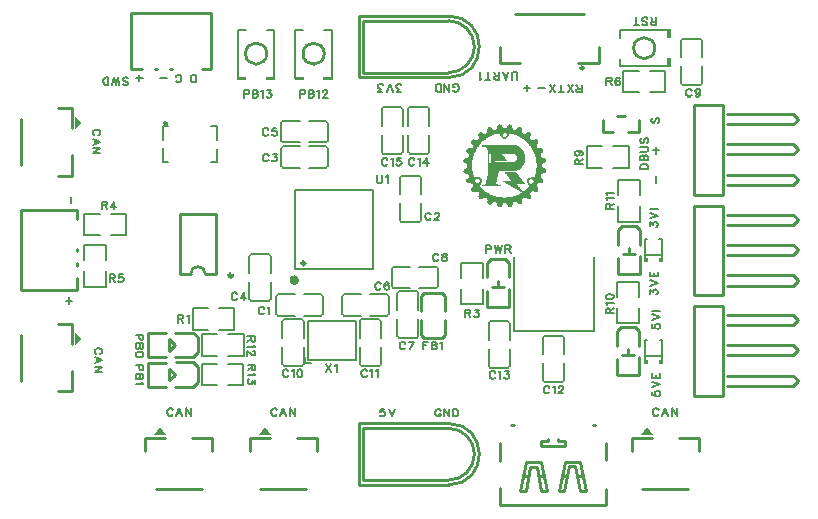
<source format=gto>
G04 Layer: TopSilkscreenLayer*
G04 EasyEDA Pro v2.1.40, 2023-11-27 11:39:20*
G04 Gerber Generator version 0.3*
G04 Scale: 100 percent, Rotated: No, Reflected: No*
G04 Dimensions in millimeters*
G04 Leading zeros omitted, absolute positions, 3 integers and 5 decimals*
%FSLAX35Y35*%
%MOMM*%
%ADD10C,0.152*%
%ADD11C,0.1524*%
%ADD12C,0.254*%
%ADD13C,0.2*%
%ADD14C,0.25*%
%ADD15C,0.4*%
%ADD16C,0.3017*%
%ADD17C,0.3*%
G75*


G04 Image Start*
G36*
G01X4085539Y-982980D02*
G01X4082847Y-983031D01*
G01X4080561Y-983132D01*
G01X4078884Y-983386D01*
G01X4075328Y-984453D01*
G01X4073144Y-985368D01*
G01X4071163Y-986333D01*
G01X4069283Y-987603D01*
G01X4067404Y-989228D01*
G01X4065727Y-991006D01*
G01X4064356Y-992784D01*
G01X4063340Y-994562D01*
G01X4062476Y-996290D01*
G01X4061866Y-998068D01*
G01X4061358Y-999846D01*
G01X4060901Y-1001624D01*
G01Y-1005027D01*
G01X4060749Y-1008126D01*
G01X4060444Y-1010869D01*
G01X4059631Y-1014324D01*
G01X4059123Y-1015644D01*
G01X4058412Y-1017270D01*
G01X4057701Y-1018642D01*
G01X4057345Y-1019251D01*
G01X4056024Y-1020877D01*
G01X4054907Y-1022198D01*
G01X4053789Y-1023315D01*
G01X4052519Y-1024331D01*
G01X4051097Y-1025398D01*
G01X4049319Y-1026414D01*
G01X4047338Y-1027379D01*
G01X4045255Y-1028090D01*
G01X4043375Y-1028649D01*
G01X4041597Y-1029106D01*
G01X4038346Y-1029056D01*
G01X4035095D01*
G01X4033164Y-1028497D01*
G01X4031082Y-1027786D01*
G01X4028796Y-1026820D01*
G01X4026357Y-1025652D01*
G01X4023766Y-1023010D01*
G01X4021176Y-1020420D01*
G01X4019550Y-1017676D01*
G01X4017924Y-1015187D01*
G01X4016350Y-1013054D01*
G01X4014775Y-1011377D01*
G01X4013048Y-1009853D01*
G01X4011219Y-1008634D01*
G01X4009238Y-1007567D01*
G01X4007256Y-1006754D01*
G01X4005377Y-1006145D01*
G01X4003497Y-1005688D01*
G01X3996842D01*
G01X3994353Y-1006297D01*
G01X3993185Y-1006653D01*
G01X3990442Y-1007720D01*
G01X3989172Y-1008329D01*
G01X3986530Y-1009701D01*
G01X3980942Y-1015289D01*
G01X3979723Y-1017626D01*
G01X3979215Y-1018743D01*
G01X3978250Y-1021334D01*
G01X3977945Y-1022452D01*
G01X3977284Y-1024941D01*
G01Y-1027278D01*
G01X3977386Y-1029411D01*
G01X3977640Y-1031189D01*
G01X3978707Y-1035304D01*
G01X3979367Y-1037895D01*
G01Y-1045058D01*
G01X3978605Y-1047496D01*
G01X3977792Y-1049630D01*
G01X3977030Y-1051357D01*
G01X3976116Y-1052881D01*
G01X3974998Y-1054456D01*
G01X3973830Y-1055878D01*
G01X3972763Y-1056996D01*
G01X3969715Y-1059282D01*
G01X3968090Y-1060348D01*
G01X3966921Y-1061009D01*
G01X3964178Y-1062025D01*
G01X3961994Y-1062584D01*
G01X3959555Y-1063041D01*
G01X3956914Y-1063447D01*
G01X3954526Y-1063041D01*
G01X3952138Y-1062482D01*
G01X3949700Y-1061669D01*
G01X3948582Y-1061212D01*
G01X3947414Y-1060602D01*
G01X3946246Y-1059942D01*
G01X3945331Y-1059332D01*
G01X3943147Y-1057605D01*
G01X3940658Y-1055319D01*
G01X3938067Y-1053186D01*
G01X3936797Y-1052220D01*
G01X3935781Y-1051611D01*
G01X3933749Y-1050595D01*
G01X3931666Y-1049782D01*
G01X3929482Y-1049274D01*
G01X3926992Y-1048918D01*
G01X3924300Y-1048715D01*
G01X3922370Y-1049020D01*
G01X3918610Y-1049833D01*
G01X3916934Y-1050392D01*
G01X3915562Y-1051052D01*
G01X3912565Y-1052830D01*
G01X3910889Y-1054151D01*
G01X3909263Y-1055675D01*
G01X3906571Y-1058824D01*
G01X3905555Y-1060348D01*
G01X3904640Y-1062076D01*
G01X3903878Y-1063955D01*
G01X3903269Y-1065936D01*
G01X3902710Y-1068070D01*
G01X3903015Y-1075487D01*
G01X3903675Y-1077620D01*
G01X3904082Y-1078687D01*
G01X3905402Y-1081532D01*
G01X3906164Y-1082954D01*
G01X3907587Y-1085698D01*
G01X3908501Y-1087679D01*
G01X3909416Y-1090879D01*
G01X3909771Y-1092810D01*
G01X3909873Y-1094943D01*
G01Y-1097229D01*
G01X3909263Y-1099769D01*
G01X3908450Y-1102258D01*
G01X3907384Y-1104798D01*
G01X3906164Y-1107288D01*
G01X3903116Y-1110386D01*
G01X3900018Y-1113485D01*
G01X3894836Y-1115924D01*
G01X3891737Y-1116584D01*
G01X3888689Y-1117244D01*
G01X3885743Y-1116889D01*
G01X3883152Y-1116432D01*
G01X3881882Y-1116127D01*
G01X3880917Y-1115822D01*
G01X3879444Y-1115263D01*
G01X3878631Y-1114857D01*
G01X3875075Y-1112977D01*
G01X3871824Y-1111352D01*
G01X3866642Y-1110031D01*
G01X3861003D01*
G01X3859276Y-1110488D01*
G01X3857650Y-1110945D01*
G01X3856126Y-1111504D01*
G01X3854755Y-1112114D01*
G01X3853536Y-1112723D01*
G01X3852316Y-1113434D01*
G01X3851097Y-1114349D01*
G01X3849776Y-1115416D01*
G01X3848456Y-1116736D01*
G01X3847236Y-1118006D01*
G01X3846271Y-1119175D01*
G01X3845509Y-1120343D01*
G01X3844696Y-1121664D01*
G01X3843934Y-1123239D01*
G01X3843274Y-1124915D01*
G01X3842664Y-1126693D01*
G01X3842156Y-1128522D01*
G01X3841801Y-1130300D01*
G01X3841953Y-1133704D01*
G01X3842055Y-1137056D01*
G01X3842664Y-1138682D01*
G01X3843325Y-1140409D01*
G01X3844188Y-1142238D01*
G01X3845255Y-1144118D01*
G01X3846525Y-1145946D01*
G01X3848100Y-1147775D01*
G01X3849776Y-1149553D01*
G01X3851402Y-1151230D01*
G01X3852672Y-1152804D01*
G01X3853739Y-1154379D01*
G01X3854755Y-1156208D01*
G01X3855669Y-1158189D01*
G01X3856330Y-1160120D01*
G01X3856838Y-1162050D01*
G01Y-1169162D01*
G01X3856025Y-1171702D01*
G01X3855060Y-1174140D01*
G01X3853993Y-1176376D01*
G01X3852824Y-1178306D01*
G01X3851656Y-1179830D01*
G01X3850335Y-1181202D01*
G01X3848862Y-1182522D01*
G01X3847084Y-1183894D01*
G01X3845154Y-1185113D01*
G01X3843376Y-1185977D01*
G01X3841902Y-1186536D01*
G01X3838346Y-1187399D01*
G01X3835908Y-1187907D01*
G01X3832657Y-1187348D01*
G01X3828745Y-1186637D01*
G01X3827932Y-1186434D01*
G01X3825900Y-1186129D01*
G01X3823056Y-1185926D01*
G01X3819652Y-1185774D01*
G01X3817874Y-1186180D01*
G01X3816452Y-1186536D01*
G01X3815436Y-1186840D01*
G01X3812540Y-1188161D01*
G01X3810254Y-1189228D01*
G01X3804717Y-1194765D01*
G01X3803548Y-1196848D01*
G01X3802583Y-1198829D01*
G01X3801821Y-1200607D01*
G01X3800856Y-1204316D01*
G01X3800500Y-1206398D01*
G01X3800399Y-1208430D01*
G01X3800500Y-1210361D01*
G01X3800704Y-1212190D01*
G01X3801415Y-1215187D01*
G01X3801974Y-1216609D01*
G01X3802786Y-1218235D01*
G01X3803752Y-1219962D01*
G01X3804818Y-1221588D01*
G01X3806190Y-1223112D01*
G01X3807866Y-1224737D01*
G01X3809949Y-1226261D01*
G01X3812134Y-1227734D01*
G01X3814420Y-1229055D01*
G01X3816706Y-1231392D01*
G01X3819042Y-1233729D01*
G01X3820058Y-1235608D01*
G01X3820973Y-1237590D01*
G01X3821786Y-1239622D01*
G01X3822548Y-1241755D01*
G01Y-1250493D01*
G01X3821836Y-1252728D01*
G01X3820973Y-1254963D01*
G01X3819957Y-1257249D01*
G01X3818788Y-1259535D01*
G01X3816452Y-1261872D01*
G01X3814267Y-1263853D01*
G01X3813150Y-1264717D01*
G01X3812184Y-1265326D01*
G01X3810457Y-1266292D01*
G01X3808984Y-1266952D01*
G01X3806393Y-1267816D01*
G01X3803904Y-1268120D01*
G01X3799738Y-1268476D01*
G01X3794404Y-1268781D01*
G01X3792423Y-1269390D01*
G01X3789528Y-1270457D01*
G01X3788156Y-1271219D01*
G01X3786226Y-1272438D01*
G01X3785210Y-1273150D01*
G01X3783178Y-1274877D01*
G01X3782416Y-1275690D01*
G01X3780892Y-1277417D01*
G01X3779317Y-1280617D01*
G01X3777742Y-1283868D01*
G01X3777386Y-1286154D01*
G01X3776980Y-1288440D01*
G01X3777285Y-1295857D01*
G01X3778148Y-1298296D01*
G01X3779063Y-1300531D01*
G01X3780079Y-1302512D01*
G01X3781501Y-1304442D01*
G01X3783432Y-1306576D01*
G01X3785718Y-1308862D01*
G01X3788461Y-1310183D01*
G01X3790798Y-1311250D01*
G01X3791814Y-1311656D01*
G01X3792626Y-1311910D01*
G01X3796030Y-1312977D01*
G01X3797960Y-1313688D01*
G01X3799992Y-1314602D01*
G01X3801974Y-1315771D01*
G01X3803955Y-1317295D01*
G01X3805733Y-1318971D01*
G01X3807206Y-1320698D01*
G01X3808374Y-1322426D01*
G01X3809289Y-1324051D01*
G01X3809949Y-1325728D01*
G01X3810610Y-1327455D01*
G01X3811168Y-1329233D01*
G01X3811321Y-1332789D01*
G01X3811372Y-1334110D01*
G01X3849878D01*
G01X3850081Y-1322629D01*
G01X3850538Y-1308354D01*
G01X3850589Y-1307389D01*
G01X3851300Y-1300226D01*
G01X3851910Y-1294232D01*
G01X3852570Y-1289406D01*
G01X3853231Y-1285189D01*
G01X3853840Y-1281633D01*
G01X3854501Y-1277874D01*
G01X3855517Y-1272692D01*
G01X3856482Y-1268171D01*
G01X3857904Y-1262329D01*
G01X3859479Y-1256030D01*
G01X3861003Y-1250848D01*
G01X3863594Y-1242568D01*
G01X3866185Y-1235050D01*
G01X3868115Y-1229868D01*
G01X3869436Y-1226515D01*
G01X3871214Y-1222299D01*
G01X3873500Y-1216965D01*
G01X3875634Y-1212240D01*
G01X3879393Y-1204671D01*
G01X3882949Y-1197864D01*
G01X3885032Y-1194206D01*
G01X3885641Y-1193038D01*
G01X3885946Y-1192530D01*
G01X3888537Y-1188060D01*
G01X3892093Y-1182268D01*
G01X3894988Y-1177747D01*
G01X3899814Y-1170788D01*
G01X3904742Y-1163980D01*
G01X3909974Y-1157224D01*
G01X3918153Y-1147572D01*
G01X3928466Y-1136548D01*
G01X3929939Y-1135075D01*
G01X3940708Y-1124814D01*
G01X3941928Y-1123747D01*
G01X3950513Y-1116381D01*
G01X3957218Y-1111098D01*
G01X3964026Y-1106068D01*
G01X3971798Y-1100734D01*
G01X3979723Y-1095604D01*
G01X3984498Y-1092657D01*
G01X3985412Y-1092098D01*
G01X3985920Y-1091844D01*
G01X3986276Y-1091692D01*
G01X3986936Y-1091286D01*
G01X3991051Y-1088949D01*
G01X3994252Y-1087222D01*
G01X3994607Y-1087018D01*
G01X4000449Y-1083970D01*
G01X4007561Y-1080516D01*
G01X4011168Y-1078890D01*
G01X4014724Y-1077265D01*
G01X4017315Y-1076147D01*
G01X4020058Y-1075030D01*
G01X4022496Y-1074014D01*
G01X4025900Y-1072744D01*
G01X4029304Y-1071423D01*
G01X4034333Y-1069645D01*
G01X4039667Y-1067867D01*
G01X4042258Y-1067105D01*
G01X4044848Y-1066292D01*
G01X4049370Y-1064971D01*
G01X4054145Y-1063650D01*
G01X4056583Y-1063041D01*
G01X4060698Y-1062076D01*
G01X4064914Y-1061110D01*
G01X4068013Y-1060450D01*
G01X4073042Y-1059485D01*
G01X4077259Y-1058723D01*
G01X4078427Y-1058520D01*
G01X4078935Y-1058926D01*
G01X4079748Y-1059891D01*
G01X4083202Y-1064666D01*
G01X4086809Y-1069848D01*
G01X4090568Y-1075182D01*
G01X4090873Y-1075588D01*
G01X4110126D01*
G01Y-1068680D01*
G01X4110634Y-1067308D01*
G01X4111244Y-1065835D01*
G01X4111955Y-1064209D01*
G01X4113124Y-1062482D01*
G01X4114800Y-1060552D01*
G01X4116781Y-1058570D01*
G01X4118559Y-1057656D01*
G01X4120388Y-1056843D01*
G01X4122268Y-1056183D01*
G01X4124249Y-1055776D01*
G01X4126179Y-1055624D01*
G01X4128059Y-1055726D01*
G01X4129888Y-1056030D01*
G01X4131716Y-1056691D01*
G01X4133596Y-1057504D01*
G01X4135526Y-1058621D01*
G01X4137355Y-1060044D01*
G01X4138930Y-1061720D01*
G01X4140251Y-1063498D01*
G01X4141165Y-1065327D01*
G01X4141927Y-1067156D01*
G01X4142537Y-1068984D01*
G01Y-1072083D01*
G01X4142435Y-1074623D01*
G01X4142334Y-1075690D01*
G01X4142181Y-1076350D01*
G01X4141673Y-1077722D01*
G01X4140860Y-1079398D01*
G01X4139946Y-1081380D01*
G01X4138117Y-1083259D01*
G01X4136492Y-1084783D01*
G01X4135120Y-1085850D01*
G01X4133799Y-1086561D01*
G01X4132174Y-1087222D01*
G01X4130345Y-1087831D01*
G01X4128414Y-1088288D01*
G01X4126484Y-1088644D01*
G01X4124554Y-1088288D01*
G01X4121302Y-1087577D01*
G01X4119982Y-1087069D01*
G01X4118559Y-1086409D01*
G01X4117188Y-1085596D01*
G01X4115918Y-1084682D01*
G01X4114698Y-1083513D01*
G01X4113378Y-1081989D01*
G01X4112158Y-1080059D01*
G01X4111092Y-1077925D01*
G01X4110126Y-1075588D01*
G01X4090873D01*
G01X4095750Y-1082650D01*
G01X4099357Y-1087831D01*
G01X4102202Y-1091692D01*
G01X4104030Y-1093927D01*
G01X4105656Y-1095604D01*
G01X4107078Y-1096823D01*
G01X4108552Y-1097940D01*
G01X4110380Y-1099058D01*
G01X4112616Y-1100277D01*
G01X4115003Y-1101344D01*
G01X4117086Y-1102157D01*
G01X4120845Y-1103224D01*
G01X4122623Y-1103630D01*
G01X4131361D01*
G01X4133952Y-1102970D01*
G01X4136339Y-1102258D01*
G01X4138473Y-1101395D01*
G01X4140200Y-1100531D01*
G01X4141724Y-1099668D01*
G01X4143451Y-1098499D01*
G01X4145788Y-1096315D01*
G01X4147515Y-1094435D01*
G01X4148988Y-1092556D01*
G01X4149903Y-1091133D01*
G01X4150309Y-1090422D01*
G01X4151884Y-1087577D01*
G01X4156862Y-1078890D01*
G01X4161079Y-1071474D01*
G01X4162857Y-1068375D01*
G01X4165041Y-1064463D01*
G01X4167378Y-1060501D01*
G01X4168445Y-1058824D01*
G01X4169258D01*
G01X4170324Y-1058926D01*
G01X4171747Y-1059180D01*
G01X4175252Y-1059840D01*
G01X4178351Y-1060450D01*
G01X4182720Y-1061415D01*
G01X4187749Y-1062584D01*
G01X4192118Y-1063701D01*
G01X4198112Y-1065276D01*
G01X4202633Y-1066597D01*
G01X4205732Y-1067511D01*
G01X4212336Y-1069797D01*
G01X4218686Y-1072032D01*
G01X4226103Y-1074928D01*
G01X4235044Y-1078738D01*
G01X4240073Y-1081075D01*
G01X4245254Y-1083615D01*
G01X4251554Y-1086815D01*
G01X4258666Y-1090828D01*
G01X4263898Y-1093826D01*
G01X4267606Y-1096112D01*
G01X4275684Y-1101395D01*
G01X4280713Y-1104798D01*
G01X4281221Y-1105154D01*
G01X4281780Y-1105611D01*
G01X4282999Y-1106475D01*
G01X4287825Y-1109980D01*
G01X4295597Y-1116178D01*
G01X4302252Y-1121664D01*
G01X4306113Y-1125068D01*
G01X4311650Y-1130249D01*
G01X4317492Y-1135990D01*
G01X4322216Y-1140866D01*
G01X4326230Y-1145184D01*
G01X4329633Y-1149045D01*
G01X4331767Y-1151484D01*
G01X4335374Y-1155852D01*
G01X4341317Y-1163472D01*
G01X4345889Y-1169670D01*
G01X4351426Y-1177747D01*
G01X4357319Y-1186942D01*
G01X4359453Y-1190549D01*
G01X4359605Y-1190904D01*
G01X4360875Y-1193038D01*
G01X4363872Y-1198474D01*
G01X4367327Y-1205128D01*
G01X4370832Y-1212240D01*
G01X4374591Y-1220673D01*
G01X4377334Y-1227328D01*
G01X4379874Y-1233983D01*
G01X4383176Y-1243533D01*
G01X4385462Y-1250848D01*
G01X4386682Y-1255065D01*
G01X4387799Y-1259230D01*
G01X4388561Y-1262177D01*
G01X4389425Y-1265580D01*
G01X4390593Y-1270914D01*
G01X4391406Y-1274826D01*
G01X4391965Y-1277976D01*
G01X4392676Y-1281684D01*
G01X4393336Y-1285494D01*
G01X4393997Y-1290015D01*
G01X4394606Y-1294892D01*
G01X4395368Y-1303020D01*
G01X4396283Y-1313536D01*
G01X4396638Y-1318260D01*
G01X4396435Y-1330706D01*
G01X4395978Y-1347368D01*
G01X4395927Y-1347876D01*
G01X4395267Y-1355649D01*
G01X4394657Y-1361338D01*
G01X4393946Y-1366520D01*
G01X4393336Y-1371041D01*
G01X4392676Y-1374851D01*
G01X4391965Y-1378610D01*
G01X4391355Y-1381912D01*
G01X4390441Y-1386434D01*
G01X4388612Y-1394206D01*
G01X4386834Y-1401216D01*
G01X4385564Y-1405433D01*
G01X4384548Y-1408836D01*
G01X4383380Y-1412545D01*
G01X4381957Y-1416761D01*
G01X4380433Y-1421282D01*
G01X4378604Y-1425956D01*
G01X4377995Y-1427582D01*
G01X4377741Y-1428445D01*
G01X4377538Y-1428902D01*
G01X4377030Y-1429360D01*
G01X4376318Y-1429817D01*
G01X4371950Y-1430172D01*
G01X4363974Y-1430884D01*
G01X4356557Y-1431493D01*
G01X4349090Y-1432154D01*
G01X4342282Y-1432763D01*
G01X4339387Y-1433170D01*
G01X4336948Y-1433627D01*
G01X4334662Y-1434389D01*
G01X4332173Y-1435405D01*
G01X4329633Y-1436726D01*
G01X4327144Y-1438250D01*
G01X4326026Y-1439062D01*
G01X4323385Y-1441399D01*
G01X4322216Y-1442568D01*
G01X4319981Y-1445158D01*
G01X4319016Y-1446479D01*
G01X4318305Y-1447546D01*
G01X4317086Y-1449832D01*
G01X4316070Y-1452067D01*
G01X4314647Y-1456131D01*
G01X4314190Y-1457909D01*
G01Y-1462075D01*
G01X4314241Y-1465732D01*
G01X4331767D01*
G01X4331868Y-1463345D01*
G01X4332122Y-1461668D01*
G01X4333291Y-1458417D01*
G01X4334205Y-1456436D01*
G01X4335323Y-1454607D01*
G01X4336644Y-1453032D01*
G01X4337914Y-1451712D01*
G01X4339133Y-1450645D01*
G01X4340250Y-1449832D01*
G01X4341724Y-1449019D01*
G01X4343756Y-1448105D01*
G01X4345940Y-1447292D01*
G01X4347769Y-1446784D01*
G01X4349293Y-1446581D01*
G01X4350563Y-1446479D01*
G01X4352087Y-1446581D01*
G01X4354119Y-1446886D01*
G01X4356100Y-1447292D01*
G01X4357522Y-1447698D01*
G01X4360215Y-1448918D01*
G01X4361993Y-1449781D01*
G01X4364482Y-1452220D01*
G01X4366412Y-1454302D01*
G01X4367124Y-1455166D01*
G01X4367530Y-1455826D01*
G01X4368749Y-1458214D01*
G01X4369359Y-1459738D01*
G01X4369867Y-1461770D01*
G01X4370375Y-1464056D01*
G01X4370172Y-1467155D01*
G01X4369918Y-1469746D01*
G01X4369714Y-1470863D01*
G01X4369460Y-1471676D01*
G01X4368444Y-1474267D01*
G01X4367835Y-1475384D01*
G01X4367174Y-1476502D01*
G01X4366209Y-1477721D01*
G01X4365041Y-1479093D01*
G01X4363669Y-1480414D01*
G01X4362450Y-1481480D01*
G01X4360977Y-1482446D01*
G01X4359148Y-1483411D01*
G01X4357014Y-1484224D01*
G01X4354830Y-1484833D01*
G01X4352747Y-1485138D01*
G01X4350715Y-1485290D01*
G01X4348836Y-1485138D01*
G01X4347007Y-1484833D01*
G01X4344568Y-1484173D01*
G01X4343095Y-1483563D01*
G01X4341927Y-1482954D01*
G01X4340352Y-1481938D01*
G01X4338625Y-1480668D01*
G01X4337152Y-1479347D01*
G01X4336034Y-1478026D01*
G01X4335018Y-1476705D01*
G01X4334154Y-1475334D01*
G01X4333392Y-1473810D01*
G01X4332732Y-1472133D01*
G01X4332224Y-1470406D01*
G01X4331919Y-1468272D01*
G01X4331767Y-1465732D01*
G01X4314241D01*
G01Y-1466190D01*
G01X4315054Y-1468882D01*
G01X4315968Y-1471422D01*
G01X4317035Y-1473810D01*
G01X4321962Y-1482395D01*
G01X4326433Y-1489913D01*
G01X4326992Y-1490828D01*
G01X4327195Y-1491285D01*
G01X4327500Y-1491894D01*
G01X4328211Y-1493164D01*
G01X4329786Y-1495806D01*
G01X4332021Y-1499667D01*
G01X4333697Y-1502715D01*
G01X4333291Y-1503324D01*
G01X4332326Y-1504544D01*
G01X4329633Y-1507642D01*
G01X4324452Y-1513332D01*
G01X4316374Y-1521765D01*
G01X4309567Y-1528420D01*
G01X4305351Y-1532280D01*
G01X4301642Y-1535532D01*
G01X4299356Y-1537513D01*
G01X4294327Y-1541577D01*
G01X4286402Y-1547724D01*
G01X4281932Y-1550924D01*
G01X4280560Y-1551838D01*
G01X4279849Y-1551229D01*
G01X4278884Y-1550111D01*
G01X4277462Y-1548333D01*
G01X4274515Y-1544625D01*
G01X4271467Y-1540713D01*
G01X4268876Y-1537564D01*
G01X4268216Y-1536802D01*
G01X4266997Y-1535379D01*
G01X4265981Y-1533957D01*
G01X4264914Y-1532534D01*
G01X4259326Y-1525829D01*
G01X4255110Y-1520444D01*
G01X4252468Y-1516837D01*
G01X4248252Y-1511351D01*
G01X4242816Y-1504594D01*
G01X4238752Y-1499413D01*
G01X4235704Y-1495196D01*
G01X4232859Y-1491590D01*
G01X4231996Y-1490523D01*
G01X4231640Y-1489862D01*
G01Y-1489507D01*
G01X4267657Y-1489405D01*
G01X4303725Y-1489354D01*
G01X4303928Y-1488135D01*
G01X4302658Y-1486814D01*
G01X4300017Y-1483665D01*
G01X4296410Y-1479601D01*
G01X4294327Y-1477264D01*
G01X4292346Y-1474775D01*
G01X4287622Y-1468425D01*
G01X4282999Y-1462430D01*
G01X4279849Y-1458214D01*
G01X4277106Y-1454658D01*
G01X4276039Y-1453388D01*
G01X4273448Y-1450289D01*
G01X4272483Y-1449019D01*
G01X4270248Y-1445768D01*
G01X4267505Y-1442110D01*
G01X4266489Y-1440891D01*
G01X4262679Y-1436522D01*
G01X4260139Y-1433627D01*
G01X4259326Y-1432662D01*
G01X4258869Y-1432154D01*
G01X4256532Y-1429410D01*
G01X4253027Y-1424686D01*
G01X4250030Y-1420470D01*
G01X4247794Y-1417574D01*
G01X4243832Y-1412545D01*
G01X4238447Y-1405687D01*
G01X4236009Y-1402486D01*
G01X4235501Y-1401826D01*
G01X4232148Y-1397152D01*
G01X4228490Y-1392276D01*
G01X4227424Y-1390904D01*
G01X4226306Y-1389685D01*
G01X4225138Y-1388567D01*
G01X4216451Y-1388364D01*
G01X4169105Y-1388059D01*
G01X4130091Y-1388212D01*
G01X4129837D01*
G01X4129430Y-1388567D01*
G01X4129278Y-1388974D01*
G01X4129786Y-1389939D01*
G01X4130954Y-1391514D01*
G01X4137254Y-1399184D01*
G01X4141826Y-1405077D01*
G01X4142181Y-1405585D01*
G01X4142384Y-1405890D01*
G01X4143350Y-1407363D01*
G01X4144924Y-1409395D01*
G01X4149649Y-1415136D01*
G01X4152341Y-1418184D01*
G01X4152849Y-1418692D01*
G01X4152900Y-1418996D01*
G01X4153205Y-1419708D01*
G01X4154018Y-1420978D01*
G01X4157726Y-1425600D01*
G01X4159504Y-1427734D01*
G01X4163162Y-1432154D01*
G01X4163822Y-1433017D01*
G01X4163924Y-1433220D01*
G01X4164533Y-1434236D01*
G01X4165956Y-1436167D01*
G01X4170528Y-1441856D01*
G01X4172560Y-1444396D01*
G01X4173322Y-1445412D01*
G01X4173779Y-1446073D01*
G01X4174490Y-1447241D01*
G01X4175404Y-1448359D01*
G01X4176573Y-1449832D01*
G01X4177894Y-1451610D01*
G01X4179722Y-1453998D01*
G01X4182313Y-1456842D01*
G01X4184396Y-1459230D01*
G01X4185056Y-1460043D01*
G01X4185310Y-1460449D01*
G01X4185158Y-1460906D01*
G01X4184853Y-1461262D01*
G01X4184396Y-1461668D01*
G01X4146601Y-1461618D01*
G01X4108704Y-1461770D01*
G01X4108552Y-1461821D01*
G01X4108501D01*
G01X4108298Y-1462075D01*
G01X4108196Y-1462481D01*
G01Y-1462938D01*
G01X4110228Y-1463954D01*
G01X4113428Y-1465631D01*
G01X4117492Y-1468018D01*
G01X4119677Y-1469238D01*
G01X4120744Y-1469746D01*
G01X4121048Y-1469796D01*
G01X4121201Y-1470000D01*
G01X4121556Y-1470355D01*
G01X4122166Y-1470762D01*
G01X4125265Y-1472489D01*
G01X4126890Y-1473403D01*
G01X4127652Y-1473911D01*
G01X4127957Y-1474165D01*
G01X4128618Y-1474521D01*
G01X4130700Y-1475740D01*
G01X4132478Y-1476756D01*
G01X4134714Y-1477975D01*
G01X4137203Y-1479448D01*
G01X4140657Y-1481582D01*
G01X4144010Y-1483512D01*
G01X4146601Y-1484986D01*
G01X4150970Y-1487526D01*
G01X4154373Y-1489507D01*
G01X4163111Y-1494587D01*
G01X4178351Y-1503426D01*
G01X4188155Y-1509116D01*
G01X4190086Y-1510182D01*
G01X4191457Y-1510741D01*
G01X4192168Y-1510995D01*
G01X4192626Y-1511249D01*
G01X4193032Y-1511605D01*
G01X4193845Y-1512011D01*
G01X4195826Y-1513129D01*
G01X4198112Y-1514450D01*
G01X4200195Y-1515669D01*
G01X4202328Y-1516939D01*
G01X4204411Y-1518107D01*
G01X4205021Y-1518463D01*
G01X4205376Y-1518717D01*
G01X4206138Y-1519225D01*
G01X4207764Y-1520139D01*
G01X4211168Y-1522120D01*
G01X4213047Y-1523187D01*
G01X4213962Y-1523695D01*
G01X4215181Y-1524406D01*
G01X4217365Y-1525727D01*
G01X4219397Y-1526845D01*
G01X4222750Y-1528877D01*
G01X4226103Y-1530756D01*
G01X4229049Y-1532382D01*
G01X4230421Y-1533195D01*
G01X4231335Y-1533754D01*
G01X4233570Y-1535176D01*
G01X4235856Y-1536497D01*
G01X4239362Y-1538529D01*
G01X4243375Y-1540815D01*
G01X4245407Y-1542034D01*
G01X4246321Y-1542542D01*
G01X4247185Y-1542999D01*
G01X4247896Y-1543355D01*
G01X4248506Y-1543761D01*
G01X4249268Y-1544320D01*
G01X4250436Y-1544980D01*
G01X4252722Y-1546250D01*
G01X4258869Y-1549857D01*
G01X4268013Y-1555140D01*
G01X4271823Y-1557325D01*
G01X4271721Y-1557680D01*
G01X4270451Y-1558696D01*
G01X4267556Y-1560525D01*
G01X4263644Y-1563014D01*
G01X4263136Y-1563370D01*
G01X4262831Y-1563624D01*
G01X4262577Y-1563726D01*
G01X4261866Y-1564030D01*
G01X4260494Y-1564792D01*
G01X4257091Y-1566824D01*
G01X4252874Y-1569110D01*
G01X4243781Y-1573733D01*
G01X4234891Y-1578000D01*
G01X4231488Y-1579474D01*
G01X4226916Y-1581404D01*
G01X4221582Y-1583538D01*
G01X4216248Y-1585468D01*
G01X4208475Y-1588160D01*
G01X4201363Y-1590446D01*
G01X4196182Y-1591920D01*
G01X4189527Y-1593596D01*
G01X4183177Y-1595171D01*
G01X4180281Y-1595780D01*
G01X4177538Y-1596390D01*
G01X4172204Y-1597406D01*
G01X4166210Y-1598371D01*
G01X4161790Y-1599032D01*
G01X4157116Y-1599641D01*
G01X4151427Y-1600302D01*
G01X4144010Y-1600962D01*
G01X4130853Y-1601622D01*
G01X4122268Y-1601978D01*
G01X4112260Y-1601470D01*
G01X4098950Y-1600657D01*
G01X4092499Y-1600048D01*
G01X4086809Y-1599387D01*
G01X4083558Y-1598930D01*
G01X4080307Y-1598422D01*
G01X4076090Y-1597711D01*
G01X4071722Y-1596898D01*
G01X4064914Y-1595476D01*
G01X4058463Y-1594053D01*
G01X4055059Y-1593240D01*
G01X4051503Y-1592224D01*
G01X4047744Y-1591208D01*
G01X4045661Y-1590599D01*
G01X4039514Y-1588668D01*
G01X4031742Y-1586078D01*
G01X4024935Y-1583487D01*
G01X4019550Y-1581353D01*
G01X4016807Y-1580236D01*
G01X4012946Y-1578559D01*
G01X4008577Y-1576578D01*
G01X3999484Y-1572108D01*
G01X3989121Y-1566621D01*
G01X3982009Y-1562456D01*
G01X3972103Y-1556156D01*
G01X3960266Y-1547825D01*
G01X3952799Y-1542085D01*
G01X3946804Y-1537157D01*
G01X3941166Y-1532280D01*
G01X3937711Y-1529182D01*
G01X3930244Y-1521917D01*
G01X3921354Y-1512672D01*
G01X3916578Y-1507338D01*
G01X3915512Y-1505966D01*
G01X3915105Y-1505204D01*
G01X3915512Y-1503985D01*
G01X3916578Y-1501597D01*
G01X3920084Y-1494028D01*
G01X3923589Y-1486611D01*
G01X3925875Y-1481633D01*
G01X3927856Y-1477416D01*
G01X3930040Y-1472641D01*
G01X3931869Y-1468272D01*
G01X3932428Y-1466393D01*
G01X3932885Y-1464615D01*
G01X3933139Y-1462126D01*
G01X3933241Y-1458620D01*
G01Y-1454353D01*
G01X3932733Y-1452016D01*
G01X3932174Y-1449680D01*
G01X3931412Y-1447343D01*
G01X3930548Y-1445260D01*
G01X3929634Y-1443431D01*
G01X3927399Y-1439926D01*
G01X3926688Y-1439012D01*
G01X3924706Y-1436776D01*
G01X3923589Y-1435710D01*
G01X3921100Y-1433373D01*
G01X3917848Y-1431849D01*
G01X3915054Y-1430579D01*
G01X3913835Y-1430122D01*
G01X3912972Y-1429817D01*
G01X3911346Y-1429410D01*
G01X3890416D01*
G01X3869690Y-1429207D01*
G01X3869334Y-1429156D01*
G01X3869233D01*
G01X3868674Y-1428039D01*
G01X3867709Y-1425753D01*
G01X3864000Y-1415288D01*
G01X3861308Y-1407008D01*
G01X3860495Y-1404214D01*
G01X3859479Y-1400454D01*
G01X3858311Y-1396187D01*
G01X3857396Y-1392631D01*
G01X3856736Y-1389685D01*
G01X3856076Y-1386637D01*
G01X3855466Y-1383792D01*
G01X3854806Y-1380541D01*
G01X3854145Y-1377036D01*
G01X3853536Y-1373175D01*
G01X3852875Y-1368958D01*
G01X3852215Y-1364437D01*
G01X3851554Y-1358900D01*
G01X3850945Y-1352906D01*
G01X3850284Y-1342034D01*
G01X3849878Y-1334110D01*
G01X3811372D01*
G01X3811473Y-1336294D01*
G01X3811067Y-1338275D01*
G01X3810508Y-1340307D01*
G01X3809746Y-1342441D01*
G01X3808832Y-1344422D01*
G01X3807816Y-1346200D01*
G01X3806698Y-1347673D01*
G01X3805428Y-1349146D01*
G01X3803955Y-1350467D01*
G01X3802329Y-1351737D01*
G01X3800653Y-1352804D01*
G01X3799078Y-1353617D01*
G01X3797351Y-1354328D01*
G01X3795217Y-1354988D01*
G01X3791001Y-1356411D01*
G01X3789172Y-1357224D01*
G01X3787242Y-1358240D01*
G01X3785311Y-1359611D01*
G01X3783330Y-1361338D01*
G01X3782466Y-1362304D01*
G01X3780790Y-1364437D01*
G01X3780180Y-1365352D01*
G01X3779164Y-1367333D01*
G01X3778352Y-1369365D01*
G01X3777793Y-1371346D01*
G01X3777386Y-1373327D01*
G01X3777132Y-1375156D01*
G01X3777082Y-1376883D01*
G01X3777183Y-1378763D01*
G01X3777539Y-1380998D01*
G01X3778098Y-1383386D01*
G01X3778860Y-1385621D01*
G01X3779825Y-1387704D01*
G01X3780942Y-1389634D01*
G01X3782111Y-1391260D01*
G01X3783228Y-1392631D01*
G01X3784397Y-1393749D01*
G01X3785616Y-1394765D01*
G01X3787089Y-1395730D01*
G01X3788715Y-1396695D01*
G01X3790340Y-1397508D01*
G01X3791814Y-1398067D01*
G01X3794404Y-1398778D01*
G01X3796284Y-1398981D01*
G01X3799078Y-1399083D01*
G01X3802228Y-1399235D01*
G01X3804971Y-1399591D01*
G01X3807308Y-1400099D01*
G01X3809340Y-1400708D01*
G01X3811219Y-1401521D01*
G01X3813200Y-1402690D01*
G01X3815080Y-1404061D01*
G01X3816706Y-1405534D01*
G01X3818026Y-1406906D01*
G01X3819042Y-1408176D01*
G01X3819906Y-1409497D01*
G01X3820820Y-1411122D01*
G01X3821684Y-1413154D01*
G01X3822395Y-1415339D01*
G01X3823056Y-1417726D01*
G01Y-1425296D01*
G01X3822395Y-1427480D01*
G01X3821633Y-1429563D01*
G01X3820770Y-1431442D01*
G01X3819296Y-1433881D01*
G01X3818484Y-1434897D01*
G01X3817163Y-1436319D01*
G01X3815385Y-1437894D01*
G01X3813607Y-1439316D01*
G01X3812235Y-1440180D01*
G01X3811575Y-1440586D01*
G01X3810711Y-1441044D01*
G01X3808984Y-1442161D01*
G01X3807968Y-1442923D01*
G01X3806901Y-1443838D01*
G01X3805936Y-1444701D01*
G01X3805174Y-1445514D01*
G01X3802786Y-1448664D01*
G01X3801974Y-1449934D01*
G01X3801466Y-1450950D01*
G01X3800500Y-1453388D01*
G01X3799942Y-1455014D01*
G01X3799789Y-1459027D01*
G01X3799738Y-1460906D01*
G01X3878123D01*
G01Y-1457757D01*
G01X3878631Y-1455928D01*
G01X3879291Y-1453998D01*
G01X3880155Y-1451966D01*
G01X3881222Y-1449832D01*
G01X3883660Y-1447343D01*
G01X3886149Y-1444854D01*
G01X3888130Y-1443838D01*
G01X3889959Y-1442974D01*
G01X3891483Y-1442364D01*
G01X3893718Y-1441755D01*
G01X3895344Y-1441653D01*
G01X3898240Y-1441704D01*
G01X3901948Y-1441806D01*
G01X3902913Y-1442212D01*
G01X3906266Y-1443736D01*
G01X3908603Y-1444904D01*
G01X3913327Y-1449629D01*
G01X3914394Y-1451762D01*
G01X3915258Y-1453591D01*
G01X3915766Y-1455064D01*
G01X3916426Y-1457909D01*
G01X3916731Y-1459535D01*
G01X3916528Y-1462126D01*
G01X3916274Y-1464412D01*
G01X3915918Y-1466190D01*
G01X3915410Y-1467663D01*
G01X3914800Y-1469136D01*
G01X3913988Y-1470660D01*
G01X3912921Y-1472235D01*
G01X3911651Y-1473759D01*
G01X3910228Y-1475181D01*
G01X3908755Y-1476553D01*
G01X3905860Y-1477975D01*
G01X3903523Y-1479042D01*
G01X3902558Y-1479448D01*
G01X3901948Y-1479652D01*
G01X3900424Y-1479855D01*
G01X3898087Y-1480007D01*
G01X3895141Y-1480160D01*
G01X3893363Y-1479753D01*
G01X3891585Y-1479245D01*
G01X3889807Y-1478585D01*
G01X3888080Y-1477721D01*
G01X3886403Y-1476705D01*
G01X3884879Y-1475537D01*
G01X3883457Y-1474216D01*
G01X3882238Y-1472794D01*
G01X3881120Y-1471320D01*
G01X3880409Y-1470152D01*
G01X3880104Y-1469593D01*
G01X3879901Y-1469085D01*
G01X3879494Y-1468018D01*
G01X3878936Y-1466698D01*
G01X3878529Y-1465326D01*
G01X3878275Y-1463497D01*
G01X3878123Y-1460906D01*
G01X3799738D01*
G01X3799688Y-1463091D01*
G01X3800399Y-1465682D01*
G01X3801161Y-1468069D01*
G01X3802075Y-1470203D01*
G01X3802990Y-1471981D01*
G01X3803955Y-1473505D01*
G01X3805276Y-1475080D01*
G01X3807206Y-1476959D01*
G01X3809238Y-1478686D01*
G01X3810152Y-1479398D01*
G01X3810864Y-1479855D01*
G01X3812235Y-1480566D01*
G01X3813556Y-1481176D01*
G01X3815232Y-1481684D01*
G01X3817315Y-1482192D01*
G01X3819550Y-1482547D01*
G01X3821582Y-1482700D01*
G01X3824021Y-1482446D01*
G01X3827120Y-1481887D01*
G01X3831895Y-1480922D01*
G01X3833114Y-1480769D01*
G01X3835400Y-1480566D01*
G01X3837483Y-1480617D01*
G01X3839312Y-1480922D01*
G01X3841039Y-1481226D01*
G01X3842664Y-1481785D01*
G01X3844290Y-1482446D01*
G01X3846678Y-1483716D01*
G01X3848303Y-1484782D01*
G01X3850945Y-1487272D01*
G01X3852570Y-1489202D01*
G01X3853993Y-1491285D01*
G01X3855110Y-1493418D01*
G01X3855974Y-1495450D01*
G01X3856584Y-1497635D01*
G01X3857092Y-1499972D01*
G01X3857498Y-1502512D01*
G01X3856685Y-1508100D01*
G01X3855771Y-1510284D01*
G01X3854806Y-1512367D01*
G01X3853688Y-1514246D01*
G01X3852012Y-1516431D01*
G01X3849472Y-1519326D01*
G01X3846373Y-1522730D01*
G01X3845103Y-1525321D01*
G01X3844087Y-1527556D01*
G01X3843426Y-1529385D01*
G01X3843020Y-1530807D01*
G01Y-1538630D01*
G01X3843782Y-1541018D01*
G01X3844544Y-1543101D01*
G01X3845204Y-1544625D01*
G01X3846525Y-1547012D01*
G01X3847846Y-1548689D01*
G01X3850132Y-1551076D01*
G01X3853078Y-1553870D01*
G01X3855161Y-1554886D01*
G01X3857142Y-1555750D01*
G01X3859022Y-1556461D01*
G01X3860800Y-1557071D01*
G01X3869233D01*
G01X3871163Y-1556461D01*
G01X3874567Y-1555140D01*
G01X3877513Y-1553566D01*
G01X3879190Y-1552702D01*
G01X3881120Y-1551838D01*
G01X3883203Y-1551127D01*
G01X3885286Y-1550568D01*
G01X3887267Y-1550264D01*
G01X3889146Y-1550111D01*
G01X3891026Y-1550264D01*
G01X3893109Y-1550568D01*
G01X3895192Y-1551127D01*
G01X3897274Y-1551940D01*
G01X3899306Y-1552905D01*
G01X3901135Y-1554023D01*
G01X3902913Y-1555394D01*
G01X3904640Y-1556969D01*
G01X3906063Y-1558544D01*
G01X3907130Y-1559865D01*
G01X3908552Y-1562151D01*
G01X3909162Y-1563472D01*
G01X3909822Y-1565199D01*
G01X3910432Y-1567383D01*
G01X3910940Y-1569923D01*
G01X3911295Y-1572768D01*
G01X3910889Y-1574952D01*
G01X3910432Y-1577086D01*
G01X3909822Y-1579118D01*
G01X3908908Y-1581302D01*
G01X3907688Y-1583792D01*
G01X3905860Y-1587348D01*
G01X3905504Y-1588211D01*
G01X3904894Y-1589888D01*
G01X3904437Y-1591767D01*
G01X3904031Y-1593698D01*
G01X3904183Y-1596796D01*
G01X3904336Y-1599336D01*
G01X3904488Y-1600403D01*
G01X3904640Y-1601165D01*
G01X3905047Y-1602486D01*
G01X3905555Y-1603908D01*
G01X3906266Y-1605483D01*
G01X3907180Y-1607160D01*
G01X3908501Y-1609039D01*
G01X3910228Y-1610970D01*
G01X3912159Y-1612798D01*
G01X3914140Y-1614322D01*
G01X3916121Y-1615491D01*
G01X3918102Y-1616456D01*
G01X3920033Y-1617167D01*
G01X3921862Y-1617726D01*
G01X3924046Y-1618031D01*
G01X3926738Y-1618132D01*
G01X3929177Y-1618082D01*
G01X3930752Y-1617878D01*
G01X3933241Y-1617167D01*
G01X3934765Y-1616558D01*
G01X3936441Y-1615796D01*
G01X3938118Y-1614830D01*
G01X3939540Y-1613865D01*
G01X3943452Y-1610411D01*
G01X3945839Y-1608277D01*
G01X3947058Y-1607363D01*
G01X3948074Y-1606702D01*
G01X3950005Y-1605636D01*
G01X3951935Y-1604823D01*
G01X3954018Y-1604264D01*
G01X3956406Y-1603908D01*
G01X3958996Y-1603654D01*
G01X3961435Y-1603908D01*
G01X3963518Y-1604213D01*
G01X3965143Y-1604569D01*
G01X3966820Y-1605229D01*
G01X3968953Y-1606245D01*
G01X3971188Y-1607566D01*
G01X3972255Y-1608226D01*
G01X3973017Y-1608836D01*
G01X3974592Y-1610309D01*
G01X3976268Y-1612087D01*
G01X3977691Y-1614018D01*
G01X3978758Y-1615796D01*
G01X3979469Y-1617370D01*
G01X3980028Y-1618844D01*
G01X3980434Y-1620723D01*
G01X3980840Y-1623212D01*
G01X3981247Y-1626108D01*
G01X3980739Y-1628699D01*
G01X3979875Y-1632763D01*
G01X3979215Y-1636471D01*
G01X3979062Y-1638757D01*
G01Y-1640992D01*
G01X3979418Y-1643228D01*
G01X3979926Y-1645412D01*
G01X3980637Y-1647342D01*
G01X3981399Y-1649120D01*
G01X3982314Y-1650695D01*
G01X3983380Y-1652168D01*
G01X3985514Y-1654658D01*
G01X3986733Y-1655724D01*
G01X3988308Y-1656842D01*
G01X3990035Y-1657960D01*
G01X3991813Y-1658874D01*
G01X3993744Y-1659585D01*
G01X3995928Y-1660296D01*
G01X3998316Y-1660957D01*
G01X4005123D01*
G01X4006952Y-1660449D01*
G01X4008780Y-1659890D01*
G01X4010508Y-1659179D01*
G01X4012184Y-1658366D01*
G01X4013657Y-1657452D01*
G01X4015130Y-1656283D01*
G01X4016705Y-1654861D01*
G01X4018178Y-1653184D01*
G01X4019448Y-1651508D01*
G01X4022496Y-1646885D01*
G01X4024478Y-1643939D01*
G01X4026408Y-1642364D01*
G01X4028135Y-1641043D01*
G01X4029659Y-1640027D01*
G01X4031285Y-1639214D01*
G01X4033368Y-1638351D01*
G01X4035755Y-1637436D01*
G01X4044544D01*
G01X4046779Y-1638198D01*
G01X4048862Y-1638960D01*
G01X4050690Y-1639773D01*
G01X4052316Y-1640738D01*
G01X4053942Y-1641856D01*
G01X4055415Y-1643075D01*
G01X4056685Y-1644294D01*
G01X4057802Y-1645615D01*
G01X4058869Y-1646987D01*
G01X4059682Y-1648409D01*
G01X4060393Y-1649781D01*
G01X4061206Y-1651711D01*
G01X4061816Y-1653692D01*
G01X4062171Y-1656182D01*
G01X4062476Y-1660195D01*
G01X4062781Y-1665326D01*
G01X4063289Y-1667256D01*
G01X4064000Y-1669339D01*
G01X4065016Y-1671625D01*
G01X4066184Y-1674063D01*
G01X4068674Y-1676502D01*
G01X4071112Y-1678940D01*
G01X4073246Y-1680108D01*
G01X4075328Y-1681124D01*
G01X4077310Y-1681836D01*
G01X4079951Y-1682699D01*
G01X4081678Y-1682902D01*
G01X4084777Y-1683004D01*
G01X4088841D01*
G01X4090010Y-1682598D01*
G01X4092956Y-1681582D01*
G01X4094734Y-1680820D01*
G01X4096512Y-1679956D01*
G01X4098392Y-1678584D01*
G01X4100576Y-1676654D01*
G01X4102862Y-1674368D01*
G01X4104234Y-1671625D01*
G01X4105351Y-1668932D01*
G01X4106215Y-1666392D01*
G01X4107231Y-1662989D01*
G01X4108602Y-1660042D01*
G01X4109669Y-1658163D01*
G01X4110888Y-1656486D01*
G01X4112311Y-1654962D01*
G01X4113886Y-1653438D01*
G01X4115765Y-1652118D01*
G01X4117746Y-1650949D01*
G01X4119880Y-1650035D01*
G01X4122166Y-1649273D01*
G01X4124554Y-1648612D01*
G01X4127805Y-1648663D01*
G01X4131056D01*
G01X4132834Y-1649070D01*
G01X4135222Y-1649781D01*
G01X4137812Y-1650949D01*
G01X4139641Y-1651965D01*
G01X4141318Y-1653032D01*
G01X4142892Y-1654454D01*
G01X4144620Y-1656283D01*
G01X4145382Y-1657299D01*
G01X4146855Y-1659484D01*
G01X4147312Y-1660449D01*
G01X4148125Y-1662227D01*
G01X4148684Y-1663852D01*
G01X4149750Y-1667256D01*
G01X4150512Y-1669288D01*
G01X4151528Y-1671523D01*
G01X4152646Y-1673809D01*
G01X4154424Y-1675790D01*
G01X4156151Y-1677518D01*
G01X4157726Y-1678838D01*
G01X4159301Y-1679804D01*
G01X4160977Y-1680718D01*
G01X4162755Y-1681480D01*
G01X4164584Y-1681988D01*
G01X4167276Y-1682699D01*
G01X4168851Y-1682902D01*
G01X4171239Y-1683004D01*
G01X4174236D01*
G01X4174439Y-1682648D01*
G01X4174846Y-1682445D01*
G01X4175608Y-1682344D01*
G01X4176878Y-1682090D01*
G01X4178656Y-1681531D01*
G01X4180586Y-1680718D01*
G01X4182262Y-1679905D01*
G01X4183685Y-1679042D01*
G01X4184853Y-1678280D01*
G01X4185971Y-1677314D01*
G01X4187241Y-1676095D01*
G01X4188511Y-1674724D01*
G01X4189578Y-1673301D01*
G01X4190492Y-1671726D01*
G01X4191356Y-1669898D01*
G01X4192067Y-1667967D01*
G01X4192626Y-1666138D01*
G01X4192930Y-1663903D01*
G01X4193083Y-1661109D01*
G01X4193235Y-1658061D01*
G01X4193540Y-1655267D01*
G01X4194353Y-1651660D01*
G01X4194708Y-1650594D01*
G01X4195216Y-1649374D01*
G01X4195978Y-1648003D01*
G01X4196994Y-1646377D01*
G01X4198315Y-1644650D01*
G01X4199788Y-1643075D01*
G01X4201414Y-1641653D01*
G01X4203141Y-1640434D01*
G01X4204716Y-1639519D01*
G01X4206037Y-1638808D01*
G01X4209288Y-1637640D01*
G01X4211371Y-1636928D01*
G01X4214927D01*
G01X4217975Y-1637030D01*
G01X4219346Y-1637132D01*
G01X4220312Y-1637284D01*
G01X4222293Y-1637944D01*
G01X4224680Y-1638910D01*
G01X4227271Y-1640180D01*
G01X4229202Y-1641907D01*
G01X4230116Y-1642720D01*
G01X4231996Y-1644802D01*
G01X4232808Y-1645818D01*
G01X4233977Y-1647495D01*
G01X4234536Y-1648409D01*
G01X4234993Y-1649222D01*
G01X4235856Y-1650594D01*
G01X4237431Y-1652524D01*
G01X4239463Y-1654658D01*
G01X4240530Y-1655623D01*
G01X4241597Y-1656537D01*
G01X4242664Y-1657299D01*
G01X4243476Y-1657807D01*
G01X4246220Y-1659077D01*
G01X4247540Y-1659534D01*
G01X4249064Y-1659941D01*
G01X4251198Y-1660195D01*
G01X4253789Y-1660296D01*
G01X4256481Y-1660195D01*
G01X4257751Y-1660093D01*
G01X4258716Y-1659941D01*
G01X4260647Y-1659585D01*
G01X4264203Y-1657858D01*
G01X4267810Y-1656131D01*
G01X4273296Y-1650340D01*
G01X4274312Y-1648206D01*
G01X4275125Y-1646326D01*
G01X4275684Y-1644752D01*
G01X4276344Y-1642212D01*
G01X4276598Y-1640688D01*
G01X4276649Y-1638859D01*
G01X4276547Y-1636725D01*
G01X4276192Y-1634541D01*
G01X4275226Y-1630324D01*
G01X4274668Y-1628394D01*
G01X4274617Y-1624635D01*
G01Y-1620926D01*
G01X4275328Y-1618539D01*
G01X4276090Y-1616405D01*
G01X4276903Y-1614678D01*
G01X4277868Y-1613103D01*
G01X4278986Y-1611528D01*
G01X4280459Y-1609903D01*
G01X4282237Y-1608226D01*
G01X4284269Y-1606702D01*
G01X4285386Y-1605991D01*
G01X4286352Y-1605382D01*
G01X4288536Y-1604416D01*
G01X4290822Y-1603654D01*
G01X4293108Y-1603096D01*
G01X4295292Y-1602740D01*
G01X4297426Y-1602537D01*
G01X4299458Y-1602943D01*
G01X4301541Y-1603451D01*
G01X4303674Y-1604112D01*
G01X4305757Y-1604975D01*
G01X4307586Y-1605940D01*
G01X4309720Y-1607566D01*
G01X4312615Y-1610004D01*
G01X4315663Y-1612494D01*
G01X4317035Y-1613560D01*
G01X4318152Y-1614272D01*
G01X4320286Y-1615389D01*
G01X4322521Y-1616253D01*
G01X4324807Y-1617015D01*
G01X4332580D01*
G01X4334459Y-1616405D01*
G01X4338066Y-1615084D01*
G01X4339996Y-1613967D01*
G01X4342384Y-1612341D01*
G01X4343502Y-1611427D01*
G01X4345686Y-1609395D01*
G01X4346499Y-1608531D01*
G01X4347769Y-1606652D01*
G01X4348886Y-1604721D01*
G01X4350410Y-1601165D01*
G01X4350969Y-1599540D01*
G01X4351274Y-1592428D01*
G01X4350868Y-1590650D01*
G01X4350563Y-1589176D01*
G01X4350258Y-1588211D01*
G01X4347972Y-1583487D01*
G01X4345788Y-1578966D01*
G01X4345432Y-1578153D01*
G01X4344975Y-1576629D01*
G01X4344518Y-1574749D01*
G01X4344213Y-1572717D01*
G01X4344060Y-1570787D01*
G01X4344162Y-1569009D01*
G01X4344416Y-1567383D01*
G01X4345432Y-1563878D01*
G01X4346296Y-1561846D01*
G01X4347413Y-1559763D01*
G01X4348074Y-1558747D01*
G01X4349750Y-1556614D01*
G01X4350563Y-1555750D01*
G01X4352341Y-1554124D01*
G01X4354119Y-1552702D01*
G01X4355694Y-1551737D01*
G01X4357014Y-1551026D01*
G01X4359097Y-1550111D01*
G01X4360418Y-1549756D01*
G01X4362298Y-1549298D01*
G01X4364380Y-1548943D01*
G01X4366108Y-1548790D01*
G01X4367733Y-1548943D01*
G01X4369664Y-1549248D01*
G01X4373321Y-1550264D01*
G01X4374845Y-1550873D01*
G01X4376318Y-1551584D01*
G01X4379214Y-1553159D01*
G01X4380992Y-1554023D01*
G01X4383176Y-1554836D01*
G01X4385716Y-1555750D01*
G01X4389120Y-1555852D01*
G01X4392574Y-1556004D01*
G01X4395114Y-1555293D01*
G01X4397502Y-1554531D01*
G01X4399636Y-1553616D01*
G01X4401363Y-1552600D01*
G01X4402887Y-1551635D01*
G01X4404258Y-1550416D01*
G01X4405732Y-1548994D01*
G01X4407154Y-1547368D01*
G01X4408373Y-1545742D01*
G01X4409288Y-1544168D01*
G01X4410100Y-1542593D01*
G01X4410812Y-1540815D01*
G01X4411472Y-1538732D01*
G01X4412132Y-1536344D01*
G01Y-1530706D01*
G01X4411574Y-1528521D01*
G01X4410913Y-1526286D01*
G01X4409948Y-1524051D01*
G01X4408881Y-1522070D01*
G01X4407814Y-1520495D01*
G01X4404360Y-1516583D01*
G01X4402226Y-1514145D01*
G01X4401312Y-1512926D01*
G01X4400652Y-1511960D01*
G01X4399585Y-1509979D01*
G01X4398772Y-1508100D01*
G01X4398264Y-1506068D01*
G01X4397807Y-1503680D01*
G01X4397654Y-1501242D01*
G01X4397705Y-1499057D01*
G01X4398010Y-1497076D01*
G01X4398518Y-1495044D01*
G01X4399178Y-1493164D01*
G01X4399890Y-1491488D01*
G01X4400804Y-1489812D01*
G01X4402176Y-1487780D01*
G01X4402938Y-1486814D01*
G01X4404868Y-1484732D01*
G01X4405782Y-1483919D01*
G01X4407662Y-1482496D01*
G01X4409237Y-1481531D01*
G01X4411828Y-1480363D01*
G01X4413504Y-1479855D01*
G01X4415841Y-1479296D01*
G01X4418736Y-1478737D01*
G01X4420718Y-1478940D01*
G01X4423054Y-1479347D01*
G01X4426052Y-1480007D01*
G01X4429455Y-1480871D01*
G01X4437228D01*
G01X4439310Y-1480109D01*
G01X4443019Y-1478585D01*
G01X4444594Y-1477721D01*
G01X4446118Y-1476705D01*
G01X4447438Y-1475638D01*
G01X4448556Y-1474572D01*
G01X4450385Y-1472336D01*
G01X4451350Y-1470812D01*
G01X4452417Y-1468882D01*
G01X4453230Y-1467155D01*
G01X4453585Y-1466190D01*
G01X4453687Y-1465783D01*
G01X4453890Y-1465275D01*
G01X4454195Y-1464412D01*
G01X4454550Y-1463192D01*
G01X4454754Y-1461059D01*
G01X4454855Y-1458163D01*
G01X4454804Y-1455369D01*
G01X4454703Y-1454302D01*
G01X4454601Y-1453642D01*
G01X4453890Y-1451254D01*
G01X4453179Y-1449578D01*
G01X4452163Y-1447546D01*
G01X4450893Y-1445260D01*
G01X4448708Y-1443177D01*
G01X4446575Y-1441044D01*
G01X4443171Y-1439012D01*
G01X4440326Y-1437132D01*
G01X4439056Y-1436218D01*
G01X4438142Y-1435456D01*
G01X4436618Y-1433830D01*
G01X4435196Y-1432154D01*
G01X4434027Y-1430376D01*
G01X4433113Y-1428598D01*
G01X4431843Y-1425499D01*
G01X4431386Y-1424229D01*
G01Y-1415440D01*
G01X4432148Y-1413205D01*
G01X4432910Y-1411173D01*
G01X4433722Y-1409344D01*
G01X4434738Y-1407617D01*
G01X4435958Y-1405890D01*
G01X4437278Y-1404264D01*
G01X4438548Y-1402994D01*
G01X4439971Y-1401877D01*
G01X4441698Y-1400658D01*
G01X4443578Y-1399489D01*
G01X4448861Y-1397864D01*
G01X4459732Y-1397152D01*
G01X4462170Y-1396340D01*
G01X4464355Y-1395527D01*
G01X4466285Y-1394663D01*
G01X4468012Y-1393749D01*
G01X4470451Y-1391260D01*
G01X4472889Y-1388821D01*
G01X4474312Y-1385926D01*
G01X4475937Y-1382420D01*
G01X4476547Y-1380033D01*
G01X4476801Y-1377798D01*
G01X4476902Y-1374953D01*
G01Y-1371600D01*
G01X4476445Y-1369873D01*
G01X4475480Y-1366672D01*
G01X4474718Y-1364996D01*
G01X4473600Y-1363015D01*
G01X4472280Y-1360830D01*
G01X4470298Y-1359002D01*
G01X4468317Y-1357427D01*
G01X4466387Y-1356157D01*
G01X4464456Y-1355192D01*
G01X4462475Y-1354430D01*
G01X4458259Y-1353109D01*
G01X4456227Y-1352398D01*
G01X4454550Y-1351686D01*
G01X4453128Y-1350924D01*
G01X4451756Y-1350112D01*
G01X4450385Y-1349045D01*
G01X4448912Y-1347724D01*
G01X4447591Y-1346251D01*
G01X4446473Y-1344879D01*
G01X4444797Y-1342034D01*
G01X4444136Y-1340663D01*
G01X4443628Y-1339291D01*
G01X4442917Y-1336650D01*
G01X4442663Y-1334770D01*
G01X4442562Y-1332078D01*
G01Y-1328776D01*
G01X4443019Y-1327099D01*
G01X4444136Y-1323696D01*
G01X4445254Y-1321257D01*
G01X4447388Y-1318311D01*
G01X4448200Y-1317346D01*
G01X4449166Y-1316330D01*
G01X4450131Y-1315415D01*
G01X4450994Y-1314704D01*
G01X4452772Y-1313485D01*
G01X4454601Y-1312469D01*
G01X4456532Y-1311656D01*
G01X4458767Y-1310945D01*
G01X4462983Y-1309573D01*
G01X4464710Y-1308811D01*
G01X4466387Y-1307948D01*
G01X4468012Y-1306830D01*
G01X4469689Y-1305560D01*
G01X4471162Y-1304087D01*
G01X4472483Y-1302614D01*
G01X4473448Y-1301140D01*
G01X4474210Y-1299769D01*
G01X4475226Y-1297635D01*
G01X4476090Y-1295044D01*
G01X4476496Y-1293012D01*
G01X4476801Y-1290523D01*
G01X4477004Y-1287780D01*
G01X4476445Y-1285088D01*
G01X4475836Y-1282548D01*
G01X4475074Y-1280211D01*
G01X4474108Y-1278128D01*
G01X4472940Y-1276147D01*
G01X4471568Y-1274318D01*
G01X4470044Y-1272692D01*
G01X4468368Y-1271219D01*
G01X4466590Y-1270000D01*
G01X4464558Y-1268933D01*
G01X4462170Y-1267968D01*
G01X4459580Y-1267104D01*
G01X4454550Y-1266850D01*
G01X4450385Y-1266495D01*
G01X4447337Y-1266088D01*
G01X4445203Y-1265428D01*
G01X4443120Y-1264564D01*
G01X4441342Y-1263599D01*
G01X4439768Y-1262634D01*
G01X4438294Y-1261364D01*
G01X4436567Y-1259688D01*
G01X4434942Y-1257605D01*
G01X4434180Y-1256538D01*
G01X4433570Y-1255573D01*
G01X4432554Y-1253388D01*
G01X4431690Y-1251052D01*
G01X4430878Y-1248562D01*
G01Y-1240384D01*
G01X4431589Y-1238301D01*
G01X4432249Y-1236523D01*
G01X4432859Y-1235050D01*
G01X4434434Y-1232408D01*
G01X4435754Y-1230833D01*
G01X4437532Y-1229004D01*
G01X4439463Y-1227379D01*
G01X4440428Y-1226668D01*
G01X4441190Y-1226160D01*
G01X4445000Y-1223721D01*
G01X4446930Y-1222299D01*
G01X4448454Y-1220978D01*
G01X4449623Y-1219505D01*
G01X4450893Y-1217778D01*
G01X4451960Y-1215949D01*
G01X4452772Y-1214374D01*
G01X4453788Y-1211174D01*
G01X4454246Y-1209497D01*
G01Y-1202538D01*
G01X4453585Y-1200150D01*
G01X4452772Y-1197813D01*
G01X4451858Y-1195629D01*
G01X4450740Y-1193597D01*
G01X4449420Y-1191717D01*
G01X4447997Y-1190041D01*
G01X4446626Y-1188669D01*
G01X4445152Y-1187450D01*
G01X4443527Y-1186332D01*
G01X4441647Y-1185418D01*
G01X4439768Y-1184605D01*
G01X4437837Y-1184046D01*
G01X4435805Y-1183538D01*
G01X4433773Y-1183183D01*
G01X4431284Y-1183386D01*
G01X4428592Y-1183742D01*
G01X4425544Y-1184402D01*
G01X4422292Y-1185266D01*
G01X4414876D01*
G01X4412894Y-1184707D01*
G01X4411066Y-1184097D01*
G01X4409338Y-1183335D01*
G01X4407764Y-1182472D01*
G01X4406290Y-1181557D01*
G01X4404716Y-1180287D01*
G01X4402988Y-1178611D01*
G01X4401312Y-1176630D01*
G01X4400499Y-1175512D01*
G01X4399839Y-1174496D01*
G01X4398772Y-1172515D01*
G01X4398010Y-1170737D01*
G01X4397502Y-1168756D01*
G01X4396994Y-1166266D01*
G01X4396486Y-1163320D01*
G01X4396892Y-1160577D01*
G01X4397146Y-1159358D01*
G01X4397807Y-1156716D01*
G01X4398213Y-1155649D01*
G01X4399229Y-1153566D01*
G01X4400398Y-1151585D01*
G01X4402125Y-1149350D01*
G01X4404512Y-1146607D01*
G01X4406798Y-1143914D01*
G01X4407764Y-1142644D01*
G01X4408373Y-1141628D01*
G01X4409389Y-1139596D01*
G01X4410202Y-1137412D01*
G01X4410964Y-1135126D01*
G01Y-1127354D01*
G01X4410050Y-1124610D01*
G01X4409084Y-1122121D01*
G01X4408576Y-1120953D01*
G01X4408119Y-1120038D01*
G01X4407510Y-1119175D01*
G01X4405579Y-1116736D01*
G01X4404462Y-1115517D01*
G01X4401820Y-1112774D01*
G01X4399432Y-1111402D01*
G01X4397045Y-1110082D01*
G01X4394556Y-1109370D01*
G01X4392016Y-1108710D01*
G01X4385869D01*
G01X4383430Y-1109370D01*
G01X4381195Y-1110082D01*
G01X4379163Y-1110945D01*
G01X4375404Y-1112876D01*
G01X4373728Y-1113790D01*
G01X4372204Y-1114450D01*
G01X4370578Y-1114908D01*
G01X4368698Y-1115416D01*
G01X4366717Y-1115720D01*
G01X4364990Y-1115873D01*
G01X4363161Y-1115720D01*
G01X4361078Y-1115416D01*
G01X4359046Y-1114908D01*
G01X4357370Y-1114349D01*
G01X4355795Y-1113638D01*
G01X4354170Y-1112774D01*
G01X4352442Y-1111606D01*
G01X4350563Y-1110183D01*
G01X4348886Y-1108507D01*
G01X4347413Y-1106830D01*
G01X4345483Y-1103884D01*
G01X4344822Y-1102563D01*
G01X4344213Y-1101039D01*
G01X4343197Y-1097382D01*
G01X4342892Y-1095451D01*
G01X4342790Y-1093826D01*
G01X4342892Y-1092149D01*
G01X4343197Y-1090270D01*
G01X4344213Y-1086561D01*
G01X4344822Y-1085037D01*
G01X4345584Y-1083513D01*
G01X4347007Y-1081024D01*
G01X4347616Y-1079805D01*
G01X4348277Y-1078281D01*
G01X4348937Y-1076401D01*
G01X4349445Y-1074369D01*
G01X4349750Y-1072083D01*
G01X4349902Y-1069543D01*
G01X4349801Y-1067308D01*
G01X4349598Y-1065733D01*
G01X4348886Y-1063447D01*
G01X4348378Y-1062025D01*
G01X4347566Y-1060298D01*
G01X4346499Y-1058418D01*
G01X4345229Y-1056538D01*
G01X4343806Y-1054913D01*
G01X4342384Y-1053592D01*
G01X4338879Y-1051052D01*
G01X4336796Y-1049731D01*
G01X4333748Y-1048766D01*
G01X4330649Y-1047801D01*
G01X4324350D01*
G01X4322623Y-1048258D01*
G01X4319626Y-1049172D01*
G01X4318305Y-1049731D01*
G01X4317035Y-1050392D01*
G01X4315714Y-1051204D01*
G01X4314444Y-1052119D01*
G01X4310939Y-1055218D01*
G01X4308958Y-1056996D01*
G01X4307281Y-1058367D01*
G01X4305706Y-1059332D01*
G01X4304081Y-1060247D01*
G01X4302303Y-1061009D01*
G01X4300423Y-1061618D01*
G01X4298544Y-1062126D01*
G01X4291076D01*
G01X4288993Y-1061415D01*
G01X4286961Y-1060602D01*
G01X4284929Y-1059688D01*
G01X4282999Y-1058570D01*
G01X4281018Y-1057148D01*
G01X4279290Y-1055624D01*
G01X4277868Y-1054202D01*
G01X4276700Y-1052576D01*
G01X4275582Y-1050646D01*
G01X4274617Y-1048715D01*
G01X4273956Y-1046937D01*
G01X4273093Y-1042924D01*
G01X4272686Y-1040486D01*
G01X4273194Y-1037590D01*
G01X4274007Y-1033628D01*
G01X4274261Y-1032561D01*
G01X4274820Y-1030478D01*
G01Y-1023010D01*
G01X4274312Y-1021080D01*
G01X4273601Y-1019099D01*
G01X4272788Y-1017118D01*
G01X4271569Y-1015187D01*
G01X4270146Y-1013206D01*
G01X4268470Y-1011428D01*
G01X4266743Y-1009904D01*
G01X4264914Y-1008634D01*
G01X4262984Y-1007466D01*
G01X4260799Y-1006500D01*
G01X4258361Y-1005738D01*
G01X4255719Y-1005027D01*
G01X4248658D01*
G01X4246931Y-1005484D01*
G01X4245102Y-1006094D01*
G01X4243172Y-1006907D01*
G01X4241190Y-1007974D01*
G01X4239362Y-1009142D01*
G01X4237685Y-1010564D01*
G01X4236161Y-1012139D01*
G01X4234739Y-1014070D01*
G01X4233316Y-1016305D01*
G01X4231335Y-1019505D01*
G01X4230827Y-1020267D01*
G01X4229659Y-1021690D01*
G01X4228440Y-1022909D01*
G01X4226509Y-1024534D01*
G01X4225493Y-1025195D01*
G01X4224122Y-1026058D01*
G01X4222242Y-1026973D01*
G01X4220159Y-1027735D01*
G01X4217873Y-1028497D01*
G01X4209440D01*
G01X4207104Y-1027786D01*
G01X4204970Y-1026973D01*
G01X4203192Y-1026160D01*
G01X4200347Y-1024433D01*
G01X4198874Y-1023214D01*
G01X4197096Y-1021486D01*
G01X4195166Y-1019404D01*
G01X4193845Y-1016660D01*
G01X4192829Y-1014222D01*
G01X4192422Y-1013054D01*
G01X4192168Y-1012139D01*
G01X4191813Y-1009345D01*
G01X4191457Y-1005129D01*
G01X4191051Y-1001014D01*
G01X4190848Y-999388D01*
G01X4190644Y-998372D01*
G01X4189933Y-996544D01*
G01X4188968Y-994359D01*
G01X4187800Y-991972D01*
G01X4185463Y-989635D01*
G01X4183177Y-987298D01*
G01X4181196Y-986130D01*
G01X4179214Y-985114D01*
G01X4177182Y-984301D01*
G01X4174084Y-983285D01*
G01X4172153Y-983082D01*
G01X4168851Y-982980D01*
G01X4165651Y-983082D01*
G01X4164533Y-983183D01*
G01X4163974Y-983285D01*
G01X4163060Y-983640D01*
G01X4161688Y-984098D01*
G01X4159809Y-984809D01*
G01X4157777Y-985774D01*
G01X4155643Y-986993D01*
G01X4153408Y-989279D01*
G01X4151122Y-991565D01*
G01X4150106Y-993496D01*
G01X4149192Y-995477D01*
G01X4148430Y-997407D01*
G01X4147109Y-1001573D01*
G01X4146398Y-1003605D01*
G01X4145686Y-1005281D01*
G01X4145026Y-1006653D01*
G01X4144315Y-1007770D01*
G01X4143807Y-1008482D01*
G01X4143400Y-1008837D01*
G01X4143248Y-1009040D01*
G01X4143197Y-1009294D01*
G01X4142689Y-1010006D01*
G01X4141470Y-1011225D01*
G01X4139794Y-1012647D01*
G01X4138168Y-1013866D01*
G01X4136492Y-1014832D01*
G01X4134764Y-1015695D01*
G01X4133037Y-1016356D01*
G01X4131310Y-1016864D01*
G01X4129532Y-1017321D01*
G01X4122826D01*
G01X4121099Y-1016864D01*
G01X4118712Y-1016203D01*
G01X4115714Y-1014832D01*
G01X4113378Y-1013663D01*
G01X4111447Y-1011936D01*
G01X4110584Y-1011072D01*
G01X4108704Y-1008837D01*
G01X4107942Y-1007821D01*
G01X4106367Y-1005434D01*
G01X4105300Y-1002081D01*
G01X4103472Y-996645D01*
G01X4102557Y-994664D01*
G01X4101490Y-992734D01*
G01X4100119Y-990905D01*
G01X4098341Y-988974D01*
G01X4096309Y-987044D01*
G01X4093769Y-985672D01*
G01X4091178Y-984352D01*
G01X4088384Y-983640D01*
G37*
G36*
G01X4156151Y-1156868D02*
G01X4013708Y-1156919D01*
G01X3931056Y-1157021D01*
G01X3931006Y-1163422D01*
G01X3930904Y-1169873D01*
G01X3932174Y-1170076D01*
G01X3938727Y-1170788D01*
G01X3947973Y-1171753D01*
G01X3954272Y-1172616D01*
G01X3958844Y-1173226D01*
G01X3961333Y-1173785D01*
G01X3964330Y-1174598D01*
G01X3967277Y-1175614D01*
G01X3968648Y-1176172D01*
G01X3969614Y-1176680D01*
G01X3971036Y-1177442D01*
G01X3971798Y-1177747D01*
G01X3972001Y-1177900D01*
G01X3972204Y-1178255D01*
G01X3972458Y-1178560D01*
G01X3972865Y-1178712D01*
G01X3973474Y-1179068D01*
G01X3974440Y-1179932D01*
G01X3975608Y-1181303D01*
G01X3976776Y-1182929D01*
G01X3977792Y-1184504D01*
G01X3978453Y-1185824D01*
G01X3979367Y-1188263D01*
G01X3980282Y-1191362D01*
G01X3980739Y-1193394D01*
G01X3981145Y-1195730D01*
G01X3981856Y-1201268D01*
G01X3982415Y-1216812D01*
G01Y-1320343D01*
G01X3982212Y-1374496D01*
G01X3990238D01*
G01X3990391Y-1292911D01*
G01X3990696Y-1208380D01*
G01X3990899Y-1205230D01*
G01X3990950Y-1205027D01*
G01X3991051Y-1204976D01*
G01X3991407Y-1205433D01*
G01X3992067Y-1206500D01*
G01X3993744Y-1209345D01*
G01X3995268Y-1211936D01*
G01X3996944Y-1215085D01*
G01X3997858Y-1216609D01*
G01X3998620Y-1217778D01*
G01X3999128Y-1218540D01*
G01X3999332Y-1219048D01*
G01X3999586Y-1219657D01*
G01X4000144Y-1220521D01*
G01X4000906Y-1221689D01*
G01X4001618Y-1222959D01*
G01X4003396Y-1226210D01*
G01X4005174Y-1229614D01*
G01X4005885Y-1230884D01*
G01X4006494Y-1231849D01*
G01X4007104Y-1232662D01*
G01Y-1299413D01*
G01X4044848D01*
G01Y-1282649D01*
G01X4045153Y-1282548D01*
G01X4045864Y-1283056D01*
G01X4047134Y-1284427D01*
G01X4049979Y-1287882D01*
G01X4051046Y-1289050D01*
G01X4051808Y-1289812D01*
G01X4052367Y-1290168D01*
G01X4099763Y-1290218D01*
G01X4147160D01*
G01X4147668Y-1289761D01*
G01X4148125Y-1289253D01*
G01X4147668Y-1288542D01*
G01X4146956Y-1287628D01*
G01X4146042Y-1286612D01*
G01X4144162Y-1284478D01*
G01X4143400Y-1283462D01*
G01X4142689Y-1282395D01*
G01X4139692Y-1278230D01*
G01X4138117Y-1276096D01*
G01X4133037Y-1269441D01*
G01X4130700Y-1266241D01*
G01X4129176Y-1264260D01*
G01X4127195Y-1262024D01*
G01X4125366Y-1259891D01*
G01X4124604Y-1258976D01*
G01X4124096Y-1258265D01*
G01X4122115Y-1255522D01*
G01X4119372Y-1252118D01*
G01X4117594Y-1250036D01*
G01X4115968Y-1247750D01*
G01X4111701Y-1242009D01*
G01X4108704Y-1238250D01*
G01X4108196Y-1237742D01*
G01X4107739Y-1237183D01*
G01X4107536Y-1236777D01*
G01X4107586Y-1236523D01*
G01X4107790Y-1236269D01*
G01X4119321Y-1236116D01*
G01X4146753D01*
G01X4197807Y-1236370D01*
G01X4210152Y-1236624D01*
G01X4211015Y-1237132D01*
G01X4211726Y-1237539D01*
G01X4212336Y-1237691D01*
G01X4213098Y-1237945D01*
G01X4214368Y-1238504D01*
G01X4215587Y-1239266D01*
G01X4216400Y-1239825D01*
G01X4216908Y-1240130D01*
G01X4217365Y-1240282D01*
G01X4218178Y-1240841D01*
G01X4219550Y-1242162D01*
G01X4222852Y-1245972D01*
G01X4224020Y-1247496D01*
G01X4225950Y-1250036D01*
G01X4226560Y-1250899D01*
G01X4226763Y-1251306D01*
G01X4226916Y-1251864D01*
G01X4227220Y-1252576D01*
G01X4228389Y-1254811D01*
G01X4228846Y-1256030D01*
G01X4229049Y-1256995D01*
G01X4229151Y-1257859D01*
G01X4229506Y-1258722D01*
G01X4229913Y-1259586D01*
G01X4230167Y-1264107D01*
G01X4230370Y-1268628D01*
G01X4230065Y-1272489D01*
G01X4229659Y-1275639D01*
G01X4229405Y-1276960D01*
G01X4229202Y-1277823D01*
G01X4227728Y-1281379D01*
G01X4227068Y-1282954D01*
G01X4226763Y-1283818D01*
G01X4226306Y-1284732D01*
G01X4225188Y-1286307D01*
G01X4222191Y-1289964D01*
G01X4221074Y-1291234D01*
G01X4218889Y-1293368D01*
G01X4217924Y-1294232D01*
G01X4217213Y-1294689D01*
G01X4215435Y-1295705D01*
G01X4212946Y-1297178D01*
G01X4210964Y-1298296D01*
G01X4208526D01*
G01X4207916Y-1298854D01*
G01X4207256Y-1299413D01*
G01X4044848D01*
G01X4007104D01*
G01Y-1305255D01*
G01X4006799Y-1306576D01*
G01X4006545Y-1307948D01*
G01X4006444Y-1309370D01*
G01Y-1310843D01*
G01X4005986Y-1311250D01*
G01X4005478Y-1311656D01*
G01Y-1313028D01*
G01X4005326Y-1314196D01*
G01X4004970Y-1315161D01*
G01X4004666Y-1316177D01*
G01X4004513Y-1317498D01*
G01Y-1319022D01*
G01X4003192Y-1321460D01*
G01X4003396Y-1322019D01*
G01X4003345Y-1322832D01*
G01X4002888Y-1324051D01*
G01X4002227Y-1325474D01*
G01Y-1328268D01*
G01X4001719Y-1328928D01*
G01X4001262Y-1329538D01*
G01Y-1332738D01*
G01X4000602Y-1333805D01*
G01X3999941Y-1334922D01*
G01X4000144Y-1335583D01*
G01X4000348Y-1336192D01*
G01X3999840Y-1337259D01*
G01X3999382Y-1338580D01*
G01X3999027Y-1340206D01*
G01X3998722Y-1341679D01*
G01X3998112Y-1343508D01*
G01X3997909Y-1344930D01*
G01X3997604Y-1346403D01*
G01X3997249Y-1347521D01*
G01X3996842Y-1348740D01*
G01X3996436Y-1350467D01*
G01X3995776Y-1354277D01*
G01X3995522Y-1355547D01*
G01X3995217Y-1356360D01*
G01X3994861Y-1357274D01*
G01X3994150Y-1360424D01*
G01X3993540Y-1362151D01*
G01X3993185Y-1363675D01*
G01X3992880Y-1365250D01*
G01X3992626Y-1366114D01*
G01X3992372Y-1366876D01*
G01X3992118Y-1368146D01*
G01X3991610Y-1372006D01*
G01X3991407Y-1374292D01*
G01X3990797Y-1374394D01*
G01X3990238Y-1374496D01*
G01X3982212D01*
G01X3982110Y-1412697D01*
G01X3981856Y-1413967D01*
G01X3981399Y-1414983D01*
G01X3980840Y-1415745D01*
G01Y-1419047D01*
G01X3980383Y-1419708D01*
G01X3980028Y-1420470D01*
G01X3979875Y-1421435D01*
G01X3979723Y-1422552D01*
G01X3979367Y-1423568D01*
G01X3978961Y-1424737D01*
G01X3978758Y-1426159D01*
G01X3978554Y-1427632D01*
G01X3977742Y-1429969D01*
G01X3977589Y-1431239D01*
G01X3977437Y-1432458D01*
G01X3977132Y-1433424D01*
G01X3976776Y-1434287D01*
G01X3976675Y-1435252D01*
G01X3976472Y-1436421D01*
G01X3975964Y-1437742D01*
G01X3975303Y-1439266D01*
G01X3975506Y-1439977D01*
G01X3975710Y-1440739D01*
G01X3974998Y-1442314D01*
G01X3974338Y-1443838D01*
G01X3974744Y-1445768D01*
G01X3974084Y-1446835D01*
G01X3973424Y-1447952D01*
G01Y-1449222D01*
G01X3973271Y-1450289D01*
G01X3972916Y-1451102D01*
G01X3972458Y-1451762D01*
G01Y-1453388D01*
G01X3972408Y-1455014D01*
G01X3971950Y-1455674D01*
G01X3971595Y-1456436D01*
G01X3971493Y-1457452D01*
G01X3971290Y-1458722D01*
G01X3970833Y-1460043D01*
G01X3970376Y-1461465D01*
G01X3970172Y-1462786D01*
G01X3970020Y-1463904D01*
G01X3969664Y-1464716D01*
G01X3969360Y-1465529D01*
G01X3969207Y-1466596D01*
G01X3969055Y-1467815D01*
G01X3968699Y-1468984D01*
G01X3968344Y-1470101D01*
G01X3968242Y-1471066D01*
G01X3968090Y-1472032D01*
G01X3967734Y-1472997D01*
G01X3967328Y-1474267D01*
G01X3967124Y-1475943D01*
G01X3966972Y-1477874D01*
G01X3966464Y-1478483D01*
G01X3965956Y-1479042D01*
G01Y-1480312D01*
G01X3965804Y-1481430D01*
G01X3965448Y-1482395D01*
G01X3965143Y-1483360D01*
G01X3964991Y-1484630D01*
G01Y-1486103D01*
G01X3964330Y-1487322D01*
G01X3963873Y-1488440D01*
G01X3963670Y-1489354D01*
G01Y-1490167D01*
G01X3962502Y-1490624D01*
G01X3960673Y-1491234D01*
G01X3957879Y-1491945D01*
G01X3953408Y-1492910D01*
G01X3952342Y-1493063D01*
G01X3944417Y-1493876D01*
G01X3934765Y-1494536D01*
G01X3930955Y-1494739D01*
G01Y-1507642D01*
G01X3939642Y-1507795D01*
G01X3997046Y-1507998D01*
G01X4071112Y-1507795D01*
G01X4096461Y-1507642D01*
G01X4096512Y-1501343D01*
G01X4096563Y-1494993D01*
G01X4095801Y-1494739D01*
G01X4093870Y-1494434D01*
G01X4090213Y-1494079D01*
G01X4080815Y-1493215D01*
G01X4073042Y-1492199D01*
G01X4068267Y-1491285D01*
G01X4066845Y-1490929D01*
G01X4064254Y-1490218D01*
G01X4062171Y-1489456D01*
G01X4060444Y-1488643D01*
G01X4058768Y-1487780D01*
G01X4055364Y-1485392D01*
G01X4053942Y-1484173D01*
G01X4053078Y-1483157D01*
G01X4052672Y-1482344D01*
G01X4053383Y-1480261D01*
G01X4053891Y-1478636D01*
G01X4053942Y-1477620D01*
G01X4053992Y-1476858D01*
G01X4054399Y-1475638D01*
G01X4055059Y-1474216D01*
G01Y-1470812D01*
G01X4055516Y-1470406D01*
G01X4056024Y-1470000D01*
G01Y-1468933D01*
G01X4056228Y-1467764D01*
G01X4056685Y-1466342D01*
G01X4057345Y-1464869D01*
G01X4057193Y-1463954D01*
G01X4056990Y-1463091D01*
G01X4057650Y-1461872D01*
G01X4058107Y-1460703D01*
G01X4058310Y-1459636D01*
G01X4058463Y-1458620D01*
G01X4058768Y-1457757D01*
G01X4059225Y-1456944D01*
G01X4059276Y-1455318D01*
G01Y-1453642D01*
G01X4059733Y-1453032D01*
G01X4060241Y-1452423D01*
G01Y-1448816D01*
G01X4060901Y-1447851D01*
G01X4061358Y-1446886D01*
G01X4061511Y-1445870D01*
G01X4061663Y-1444904D01*
G01X4062019Y-1443939D01*
G01X4062374Y-1442822D01*
G01X4062527Y-1441552D01*
G01X4062628Y-1440332D01*
G01X4062933Y-1439418D01*
G01X4063289Y-1438402D01*
G01X4063543Y-1436776D01*
G01X4063695Y-1434744D01*
G01X4064203Y-1434135D01*
G01X4064762Y-1433576D01*
G01Y-1432408D01*
G01X4064914Y-1431239D01*
G01X4065270Y-1430071D01*
G01X4065626Y-1428852D01*
G01X4065727Y-1427480D01*
G01Y-1426058D01*
G01X4066235Y-1425651D01*
G01X4066692Y-1425245D01*
G01Y-1421790D01*
G01X4067404Y-1420470D01*
G01X4068064Y-1419200D01*
G01X4067912Y-1418692D01*
G01X4067962Y-1417879D01*
G01X4068318Y-1416761D01*
G01X4068978Y-1415339D01*
G01Y-1412494D01*
G01X4069436Y-1411884D01*
G01X4069791Y-1411072D01*
G01X4069944Y-1410005D01*
G01X4070096Y-1408887D01*
G01X4070502Y-1407973D01*
G01X4071010Y-1407160D01*
G01Y-1405636D01*
G01X4070960Y-1404112D01*
G01X4071620Y-1403096D01*
G01X4072230Y-1402080D01*
G01Y-1398524D01*
G01X4072687Y-1398118D01*
G01X4073195Y-1397711D01*
G01Y-1394612D01*
G01X4073703Y-1394206D01*
G01X4074160Y-1393850D01*
G01Y-1390650D01*
G01X4074820Y-1389482D01*
G01X4075430Y-1388262D01*
G01X4075125Y-1386942D01*
G01X4075735Y-1385468D01*
G01X4076344Y-1383792D01*
G01X4076954Y-1381760D01*
G01X4077411Y-1380084D01*
G01X4077767Y-1379169D01*
G01X4078783Y-1378966D01*
G01X4080866Y-1378814D01*
G01X4149903Y-1378712D01*
G01X4216095D01*
G01X4218889Y-1378153D01*
G01X4221734Y-1377493D01*
G01X4224630Y-1376680D01*
G01X4228846Y-1375105D01*
G01X4230014Y-1374546D01*
G01X4233723Y-1372819D01*
G01X4236822Y-1371549D01*
G01X4240022Y-1370127D01*
G01X4244594Y-1367739D01*
G01X4248150Y-1365707D01*
G01X4249623Y-1364844D01*
G01X4253687Y-1362050D01*
G01X4257243Y-1359357D01*
G01X4260240Y-1356716D01*
G01X4264304Y-1353058D01*
G01X4267657Y-1349502D01*
G01X4272788Y-1343508D01*
G01X4276547Y-1338834D01*
G01X4277258Y-1337818D01*
G01X4279544Y-1334364D01*
G01X4281729Y-1330960D01*
G01X4284574Y-1325778D01*
G01X4286707Y-1321714D01*
G01X4287672Y-1319530D01*
G01X4288841Y-1316939D01*
G01X4289603Y-1315161D01*
G01X4290771Y-1312215D01*
G01X4292092Y-1309116D01*
G01X4292549Y-1307897D01*
G01X4292752Y-1307287D01*
G01X4293210Y-1306220D01*
G01X4294226Y-1303884D01*
G01X4295851Y-1299312D01*
G01X4297070Y-1295654D01*
G01X4298391Y-1286815D01*
G01X4298747Y-1277722D01*
G01X4298950Y-1263650D01*
G01X4298899Y-1262177D01*
G01X4298391Y-1250696D01*
G01X4298036Y-1245718D01*
G01X4297223Y-1242365D01*
G01X4295597Y-1236320D01*
G01X4293819Y-1231240D01*
G01X4292549Y-1227328D01*
G01X4291228Y-1223264D01*
G01X4289958Y-1220064D01*
G01X4289044Y-1217778D01*
G01X4287977Y-1215034D01*
G01X4287368Y-1213815D01*
G01X4286555Y-1212444D01*
G01X4285640Y-1210920D01*
G01X4284828Y-1209396D01*
G01X4284320Y-1208176D01*
G01X4284116Y-1207516D01*
G01X4283710Y-1206602D01*
G01X4282694Y-1204874D01*
G01X4279900Y-1200252D01*
G01X4278579Y-1198270D01*
G01X4277360Y-1196696D01*
G01X4272788Y-1191362D01*
G01X4269232Y-1187145D01*
G01X4267454Y-1185062D01*
G01X4264355Y-1181456D01*
G01X4261561Y-1178712D01*
G01X4258513Y-1176122D01*
G01X4256735Y-1174699D01*
G01X4254856Y-1173429D01*
G01X4253484Y-1172566D01*
G01X4252722Y-1172261D01*
G01X4252316Y-1172007D01*
G01X4251706Y-1171397D01*
G01X4250792Y-1170635D01*
G01X4249776Y-1169924D01*
G01X4247693Y-1168705D01*
G01X4245407Y-1167435D01*
G01X4242664Y-1165962D01*
G01X4238447Y-1163879D01*
G01X4234180Y-1162050D01*
G01X4233570Y-1161694D01*
G01X4232808Y-1161339D01*
G01X4231691Y-1161085D01*
G01X4230472Y-1160780D01*
G01X4229557Y-1160424D01*
G01X4228846Y-1160069D01*
G01X4227982Y-1159916D01*
G01X4227017Y-1159713D01*
G01X4225900Y-1159256D01*
G01X4224680Y-1158646D01*
G01X4221582D01*
G01X4220718Y-1158088D01*
G01X4219550Y-1157580D01*
G01X4217873Y-1157224D01*
G01X4215943Y-1156919D01*
G37*
G04 Image End*
G04 Image End*

G04 Text Start*
G54D10*
G01X5355770Y-1846287D02*
G01X5355770Y-1812251D01*
G01X5380408Y-1830793D01*
G01Y-1821395D01*
G01X5383456Y-1815299D01*
G01X5386758Y-1812251D01*
G01X5395902Y-1808949D01*
G01X5402252D01*
G01X5411396Y-1812251D01*
G01X5417746Y-1818347D01*
G01X5420794Y-1827745D01*
G01Y-1836889D01*
G01X5417746Y-1846287D01*
G01X5414444Y-1849335D01*
G01X5408348Y-1852383D01*
G01X5355770Y-1778977D02*
G01X5420794Y-1754085D01*
G01X5355770Y-1729447D02*
G01X5420794Y-1754085D01*
G01X5355770Y-1699475D02*
G01X5420794Y-1699475D01*
G01X5355770Y-2416287D02*
G01X5355770Y-2382251D01*
G01X5380408Y-2400793D01*
G01Y-2391395D01*
G01X5383456Y-2385299D01*
G01X5386758Y-2382251D01*
G01X5395902Y-2378949D01*
G01X5402252D01*
G01X5411396Y-2382251D01*
G01X5417746Y-2388347D01*
G01X5420794Y-2397745D01*
G01Y-2406889D01*
G01X5417746Y-2416287D01*
G01X5414444Y-2419335D01*
G01X5408348Y-2422383D01*
G01X5355770Y-2348977D02*
G01X5420794Y-2324085D01*
G01X5355770Y-2299447D02*
G01X5420794Y-2324085D01*
G01X5355770Y-2269475D02*
G01X5420794Y-2269475D01*
G01X5355770Y-2269475D02*
G01X5355770Y-2229089D01*
G01X5386758Y-2269475D02*
G01X5386758Y-2244583D01*
G01X5420794Y-2269475D02*
G01X5420794Y-2229089D01*
G01X5375771Y-3245300D02*
G01X5375771Y-3276288D01*
G01X5403457Y-3279336D01*
G01X5400409Y-3276288D01*
G01X5397361Y-3266890D01*
G01Y-3257746D01*
G01X5400409Y-3248348D01*
G01X5406759Y-3242252D01*
G01X5415903Y-3238950D01*
G01X5422253D01*
G01X5431397Y-3242252D01*
G01X5437747Y-3248348D01*
G01X5440795Y-3257746D01*
G01Y-3266890D01*
G01X5437747Y-3276288D01*
G01X5434445Y-3279336D01*
G01X5428349Y-3282384D01*
G01X5375771Y-3208978D02*
G01X5440795Y-3184086D01*
G01X5375771Y-3159448D02*
G01X5440795Y-3184086D01*
G01X5375771Y-3129476D02*
G01X5440795Y-3129476D01*
G01X5375771Y-3129476D02*
G01X5375771Y-3089090D01*
G01X5406759Y-3129476D02*
G01X5406759Y-3104584D01*
G01X5440795Y-3129476D02*
G01X5440795Y-3089090D01*
G01X5375771Y-2675299D02*
G01X5375771Y-2706287D01*
G01X5403457Y-2709335D01*
G01X5400409Y-2706287D01*
G01X5397361Y-2696889D01*
G01Y-2687745D01*
G01X5400409Y-2678347D01*
G01X5406759Y-2672251D01*
G01X5415903Y-2668949D01*
G01X5422253D01*
G01X5431397Y-2672251D01*
G01X5437747Y-2678347D01*
G01X5440795Y-2687745D01*
G01Y-2696889D01*
G01X5437747Y-2706287D01*
G01X5434445Y-2709335D01*
G01X5428349Y-2712383D01*
G01X5375771Y-2638977D02*
G01X5440795Y-2614085D01*
G01X5375771Y-2589447D02*
G01X5440795Y-2614085D01*
G01X5375771Y-2559475D02*
G01X5440795Y-2559475D01*
G54D11*
G01X686360Y-1074102D02*
G01X692710Y-1071054D01*
G01X698806Y-1064704D01*
G01X701854Y-1058608D01*
G01Y-1046162D01*
G01X698806Y-1040066D01*
G01X692710Y-1033716D01*
G01X686360Y-1030668D01*
G01X677216Y-1027620D01*
G01X661722D01*
G01X652324Y-1030668D01*
G01X646228Y-1033716D01*
G01X639878Y-1040066D01*
G01X636830Y-1046162D01*
G01Y-1058608D01*
G01X639878Y-1064704D01*
G01X646228Y-1071054D01*
G01X652324Y-1074102D01*
G01X701854Y-1128966D02*
G01X636830Y-1104328D01*
G01X701854Y-1128966D02*
G01X636830Y-1153858D01*
G01X658674Y-1113472D02*
G01X658674Y-1144460D01*
G01X701854Y-1184084D02*
G01X636830Y-1184084D01*
G01X701854Y-1184084D02*
G01X636830Y-1227264D01*
G01X701854Y-1227264D02*
G01X636830Y-1227264D01*
G01X703478Y-2925379D02*
G01X709828Y-2922331D01*
G01X715924Y-2915981D01*
G01X718972Y-2909885D01*
G01Y-2897439D01*
G01X715924Y-2891343D01*
G01X709828Y-2884993D01*
G01X703478Y-2881945D01*
G01X694334Y-2878897D01*
G01X678840D01*
G01X669442Y-2881945D01*
G01X663346Y-2884993D01*
G01X656996Y-2891343D01*
G01X653948Y-2897439D01*
G01Y-2909885D01*
G01X656996Y-2915981D01*
G01X663346Y-2922331D01*
G01X669442Y-2925379D01*
G01X718972Y-2980243D02*
G01X653948Y-2955605D01*
G01X718972Y-2980243D02*
G01X653948Y-3005135D01*
G01X675792Y-2964749D02*
G01X675792Y-2995737D01*
G01X718972Y-3035361D02*
G01X653948Y-3035361D01*
G01X718972Y-3035361D02*
G01X653948Y-3078541D01*
G01X718972Y-3078541D02*
G01X653948Y-3078541D01*
G54D10*
G01X5275326Y-1361440D02*
G01X5340350Y-1361440D01*
G01X5275326Y-1361440D02*
G01X5275326Y-1339850D01*
G01X5278374Y-1330452D01*
G01X5284470Y-1324356D01*
G01X5290820Y-1321308D01*
G01X5299964Y-1318006D01*
G01X5315458D01*
G01X5324856Y-1321308D01*
G01X5330952Y-1324356D01*
G01X5337302Y-1330452D01*
G01X5340350Y-1339850D01*
G01Y-1361440D01*
G01X5275326Y-1288034D02*
G01X5340350Y-1288034D01*
G01X5275326Y-1288034D02*
G01X5275326Y-1260094D01*
G01X5278374Y-1250696D01*
G01X5281422Y-1247648D01*
G01X5287518Y-1244600D01*
G01X5293868D01*
G01X5299964Y-1247648D01*
G01X5303012Y-1250696D01*
G01X5306314Y-1260094D01*
G01X5306314Y-1288034D02*
G01X5306314Y-1260094D01*
G01X5309362Y-1250696D01*
G01X5312410Y-1247648D01*
G01X5318506Y-1244600D01*
G01X5327904D01*
G01X5334000Y-1247648D01*
G01X5337302Y-1250696D01*
G01X5340350Y-1260094D01*
G01Y-1288034D01*
G01X5275326Y-1214628D02*
G01X5321808Y-1214628D01*
G01X5330952Y-1211326D01*
G01X5337302Y-1205230D01*
G01X5340350Y-1195832D01*
G01Y-1189736D01*
G01X5337302Y-1180592D01*
G01X5330952Y-1174242D01*
G01X5321808Y-1171194D01*
G01X5275326D01*
G01X5284470Y-1097788D02*
G01X5278374Y-1103884D01*
G01X5275326Y-1113282D01*
G01Y-1125728D01*
G01X5278374Y-1134872D01*
G01X5284470Y-1141222D01*
G01X5290820D01*
G01X5296916Y-1137920D01*
G01X5299964Y-1134872D01*
G01X5303012Y-1128776D01*
G01X5309362Y-1110234D01*
G01X5312410Y-1103884D01*
G01X5315458Y-1100836D01*
G01X5321808Y-1097788D01*
G01X5330952D01*
G01X5337302Y-1103884D01*
G01X5340350Y-1113282D01*
G01Y-1125728D01*
G01X5337302Y-1134872D01*
G01X5330952Y-1141222D01*
G54D11*
G01X3967622Y-2005767D02*
G01X3967622Y-2070791D01*
G01X3967622Y-2005767D02*
G01X3995562Y-2005767D01*
G01X4004706Y-2008815D01*
G01X4007754Y-2011863D01*
G01X4011056Y-2018213D01*
G01Y-2027357D01*
G01X4007754Y-2033453D01*
G01X4004706Y-2036755D01*
G01X3995562Y-2039803D01*
G01X3967622D01*
G01X4041282Y-2005767D02*
G01X4056522Y-2070791D01*
G01X4072016Y-2005767D02*
G01X4056522Y-2070791D01*
G01X4072016Y-2005767D02*
G01X4087510Y-2070791D01*
G01X4103004Y-2005767D02*
G01X4087510Y-2070791D01*
G01X4133230Y-2005767D02*
G01X4133230Y-2070791D01*
G01X4133230Y-2005767D02*
G01X4160916Y-2005767D01*
G01X4170314Y-2008815D01*
G01X4173362Y-2011863D01*
G01X4176410Y-2018213D01*
G01Y-2024309D01*
G01X4173362Y-2030405D01*
G01X4170314Y-2033453D01*
G01X4160916Y-2036755D01*
G01X4133230D01*
G01X4154820Y-2036755D02*
G01X4176410Y-2070791D01*
G01X4231640Y-604774D02*
G01X4231640Y-558292D01*
G01X4228592Y-549148D01*
G01X4222242Y-542798D01*
G01X4213098Y-539750D01*
G01X4206748D01*
G01X4197604Y-542798D01*
G01X4191508Y-549148D01*
G01X4188206Y-558292D01*
G01Y-604774D01*
G01X4133342Y-604774D02*
G01X4157980Y-539750D01*
G01X4133342Y-604774D02*
G01X4108450Y-539750D01*
G01X4148836Y-561594D02*
G01X4117848Y-561594D01*
G01X4078224Y-604774D02*
G01X4078224Y-539750D01*
G01X4078224Y-604774D02*
G01X4050538Y-604774D01*
G01X4041140Y-601726D01*
G01X4038092Y-598678D01*
G01X4035044Y-592328D01*
G01Y-586232D01*
G01X4038092Y-580136D01*
G01X4041140Y-577088D01*
G01X4050538Y-573786D01*
G01X4078224D01*
G01X4056634Y-573786D02*
G01X4035044Y-539750D01*
G01X3983228Y-604774D02*
G01X3983228Y-539750D01*
G01X4004818Y-604774D02*
G01X3961638Y-604774D01*
G01X3931412Y-592328D02*
G01X3925316Y-595630D01*
G01X3916172Y-604774D01*
G01Y-539750D01*
G01X893826Y-638810D02*
G01X900176Y-644906D01*
G01X909320Y-647954D01*
G01X921766D01*
G01X931164Y-644906D01*
G01X937260Y-638810D01*
G01Y-632460D01*
G01X934212Y-626364D01*
G01X931164Y-623316D01*
G01X924814Y-620268D01*
G01X906272Y-613918D01*
G01X900176Y-610870D01*
G01X897128Y-607822D01*
G01X893826Y-601472D01*
G01Y-592328D01*
G01X900176Y-585978D01*
G01X909320Y-582930D01*
G01X921766D01*
G01X931164Y-585978D01*
G01X937260Y-592328D01*
G01X863600Y-647954D02*
G01X848360Y-582930D01*
G01X832866Y-647954D02*
G01X848360Y-582930D01*
G01X832866Y-647954D02*
G01X817372Y-582930D01*
G01X801878Y-647954D02*
G01X817372Y-582930D01*
G01X771652Y-647954D02*
G01X771652Y-582930D01*
G01X771652Y-647954D02*
G01X750062Y-647954D01*
G01X740918Y-644906D01*
G01X734568Y-638810D01*
G01X731520Y-632460D01*
G01X728472Y-623316D01*
G01Y-607822D01*
G01X731520Y-598424D01*
G01X734568Y-592328D01*
G01X740918Y-585978D01*
G01X750062Y-582930D01*
G01X771652D01*
G01X1315303Y-3401260D02*
G01X1312255Y-3394910D01*
G01X1305905Y-3388814D01*
G01X1299809Y-3385766D01*
G01X1287363D01*
G01X1281267Y-3388814D01*
G01X1274917Y-3394910D01*
G01X1271869Y-3401260D01*
G01X1268821Y-3410404D01*
G01Y-3425898D01*
G01X1271869Y-3435296D01*
G01X1274917Y-3441392D01*
G01X1281267Y-3447742D01*
G01X1287363Y-3450790D01*
G01X1299809D01*
G01X1305905Y-3447742D01*
G01X1312255Y-3441392D01*
G01X1315303Y-3435296D01*
G01X1370167Y-3385766D02*
G01X1345529Y-3450790D01*
G01X1370167Y-3385766D02*
G01X1395059Y-3450790D01*
G01X1354673Y-3428946D02*
G01X1385661Y-3428946D01*
G01X1425285Y-3385766D02*
G01X1425285Y-3450790D01*
G01X1425285Y-3385766D02*
G01X1468465Y-3450790D01*
G01X1468465Y-3385766D02*
G01X1468465Y-3450790D01*
G01X5428742Y-3401260D02*
G01X5425694Y-3394910D01*
G01X5419344Y-3388814D01*
G01X5413248Y-3385766D01*
G01X5400802D01*
G01X5394706Y-3388814D01*
G01X5388356Y-3394910D01*
G01X5385308Y-3401260D01*
G01X5382260Y-3410404D01*
G01Y-3425898D01*
G01X5385308Y-3435296D01*
G01X5388356Y-3441392D01*
G01X5394706Y-3447742D01*
G01X5400802Y-3450790D01*
G01X5413248D01*
G01X5419344Y-3447742D01*
G01X5425694Y-3441392D01*
G01X5428742Y-3435296D01*
G01X5483606Y-3385766D02*
G01X5458968Y-3450790D01*
G01X5483606Y-3385766D02*
G01X5508498Y-3450790D01*
G01X5468112Y-3428946D02*
G01X5499100Y-3428946D01*
G01X5538724Y-3385766D02*
G01X5538724Y-3450790D01*
G01X5538724Y-3385766D02*
G01X5581904Y-3450790D01*
G01X5581904Y-3385766D02*
G01X5581904Y-3450790D01*
G54D10*
G01X5378450Y-926846D02*
G01X5372354Y-933196D01*
G01X5369306Y-942340D01*
G01Y-954786D01*
G01X5372354Y-964184D01*
G01X5378450Y-970280D01*
G01X5384800D01*
G01X5390896Y-967232D01*
G01X5393944Y-964184D01*
G01X5396992Y-957834D01*
G01X5403342Y-939292D01*
G01X5406390Y-933196D01*
G01X5409438Y-930148D01*
G01X5415788Y-926846D01*
G01X5424932D01*
G01X5431282Y-933196D01*
G01X5434330Y-942340D01*
G01Y-954786D01*
G01X5431282Y-964184D01*
G01X5424932Y-970280D01*
G01X5378410Y-1201420D02*
G01X5434290Y-1201420D01*
G01X5406350Y-1229360D02*
G01X5406350Y-1173734D01*
G01X5406390Y-1478280D02*
G01X5406390Y-1422654D01*
G54D11*
G01X1511300Y-627634D02*
G01X1511300Y-562610D01*
G01X1511300Y-627634D02*
G01X1489710Y-627634D01*
G01X1480312Y-624586D01*
G01X1474216Y-618490D01*
G01X1471168Y-612140D01*
G01X1467866Y-602996D01*
G01Y-587502D01*
G01X1471168Y-578104D01*
G01X1474216Y-572008D01*
G01X1480312Y-565658D01*
G01X1489710Y-562610D01*
G01X1511300D01*
G01X1342898Y-612140D02*
G01X1345946Y-618490D01*
G01X1352296Y-624586D01*
G01X1358392Y-627634D01*
G01X1370838D01*
G01X1376934Y-624586D01*
G01X1383284Y-618490D01*
G01X1386332Y-612140D01*
G01X1389380Y-602996D01*
G01Y-587502D01*
G01X1386332Y-578104D01*
G01X1383284Y-572008D01*
G01X1376934Y-565658D01*
G01X1370838Y-562610D01*
G01X1358392D01*
G01X1352296Y-565658D01*
G01X1345946Y-572008D01*
G01X1342898Y-578104D01*
G01X1264920Y-590550D02*
G01X1209294Y-590550D01*
G01X1033780Y-618490D02*
G01X1033780Y-562610D01*
G01X1061720Y-590550D02*
G01X1006094Y-590550D01*
G01X4777740Y-711434D02*
G01X4777740Y-646410D01*
G01X4777740Y-711434D02*
G01X4749800Y-711434D01*
G01X4740656Y-708386D01*
G01X4737608Y-705338D01*
G01X4734306Y-698988D01*
G01Y-692892D01*
G01X4737608Y-686796D01*
G01X4740656Y-683748D01*
G01X4749800Y-680446D01*
G01X4777740D01*
G01X4756150Y-680446D02*
G01X4734306Y-646410D01*
G01X4704080Y-711434D02*
G01X4660900Y-646410D01*
G01X4660900Y-711434D02*
G01X4704080Y-646410D01*
G01X4606290Y-711434D02*
G01X4606290Y-646410D01*
G01X4627880Y-711434D02*
G01X4584446Y-711434D01*
G01X4554220Y-711434D02*
G01X4511040Y-646410D01*
G01X4511040Y-711434D02*
G01X4554220Y-646410D01*
G01X4467860Y-674350D02*
G01X4412234Y-674350D01*
G01X4315460Y-702310D02*
G01X4315460Y-646430D01*
G01X4343400Y-674370D02*
G01X4287774Y-674370D01*
G01X1065834Y-3020779D02*
G01X1000810Y-3020779D01*
G01X1065834Y-3020779D02*
G01X1065834Y-3048719D01*
G01X1062786Y-3057863D01*
G01X1059738Y-3060911D01*
G01X1053388Y-3064213D01*
G01X1044244D01*
G01X1038148Y-3060911D01*
G01X1034846Y-3057863D01*
G01X1031798Y-3048719D01*
G01Y-3020779D01*
G01X1065834Y-3094439D02*
G01X1000810Y-3094439D01*
G01X1065834Y-3094439D02*
G01X1065834Y-3122125D01*
G01X1062786Y-3131523D01*
G01X1059738Y-3134571D01*
G01X1053388Y-3137619D01*
G01X1047292D01*
G01X1041196Y-3134571D01*
G01X1038148Y-3131523D01*
G01X1034846Y-3122125D01*
G01X1034846Y-3094439D02*
G01X1034846Y-3122125D01*
G01X1031798Y-3131523D01*
G01X1028750Y-3134571D01*
G01X1022654Y-3137619D01*
G01X1013256D01*
G01X1007160Y-3134571D01*
G01X1003858Y-3131523D01*
G01X1000810Y-3122125D01*
G01Y-3094439D01*
G01X1053388Y-3167845D02*
G01X1056690Y-3173941D01*
G01X1065834Y-3183085D01*
G01X1000810D01*
G01X1065784Y-2763647D02*
G01X1000760Y-2763647D01*
G01X1065784Y-2763647D02*
G01X1065784Y-2791587D01*
G01X1062736Y-2800731D01*
G01X1059688Y-2803779D01*
G01X1053338Y-2807081D01*
G01X1044194D01*
G01X1038098Y-2803779D01*
G01X1034796Y-2800731D01*
G01X1031748Y-2791587D01*
G01Y-2763647D01*
G01X1065784Y-2837307D02*
G01X1000760Y-2837307D01*
G01X1065784Y-2837307D02*
G01X1065784Y-2864993D01*
G01X1062736Y-2874391D01*
G01X1059688Y-2877439D01*
G01X1053338Y-2880487D01*
G01X1047242D01*
G01X1041146Y-2877439D01*
G01X1038098Y-2874391D01*
G01X1034796Y-2864993D01*
G01X1034796Y-2837307D02*
G01X1034796Y-2864993D01*
G01X1031748Y-2874391D01*
G01X1028700Y-2877439D01*
G01X1022604Y-2880487D01*
G01X1013206D01*
G01X1007110Y-2877439D01*
G01X1003808Y-2874391D01*
G01X1000760Y-2864993D01*
G01Y-2837307D01*
G01X1065784Y-2929255D02*
G01X1062736Y-2919857D01*
G01X1053338Y-2913761D01*
G01X1038098Y-2910713D01*
G01X1028700D01*
G01X1013206Y-2913761D01*
G01X1003808Y-2919857D01*
G01X1000760Y-2929255D01*
G01Y-2935351D01*
G01X1003808Y-2944749D01*
G01X1013206Y-2950845D01*
G01X1028700Y-2953893D01*
G01X1038098D01*
G01X1053338Y-2950845D01*
G01X1062736Y-2944749D01*
G01X1065784Y-2935351D01*
G01Y-2929255D01*
G01X5407660Y-142494D02*
G01X5407660Y-77470D01*
G01X5407660Y-142494D02*
G01X5379720Y-142494D01*
G01X5370576Y-139446D01*
G01X5367528Y-136398D01*
G01X5364226Y-130048D01*
G01Y-123952D01*
G01X5367528Y-117856D01*
G01X5370576Y-114808D01*
G01X5379720Y-111506D01*
G01X5407660D01*
G01X5386070Y-111506D02*
G01X5364226Y-77470D01*
G01X5290820Y-133350D02*
G01X5296916Y-139446D01*
G01X5306314Y-142494D01*
G01X5318760D01*
G01X5327904Y-139446D01*
G01X5334000Y-133350D01*
G01Y-127000D01*
G01X5330952Y-120904D01*
G01X5327904Y-117856D01*
G01X5321808Y-114808D01*
G01X5303266Y-108458D01*
G01X5296916Y-105410D01*
G01X5293868Y-102362D01*
G01X5290820Y-96012D01*
G01Y-86868D01*
G01X5296916Y-80518D01*
G01X5306314Y-77470D01*
G01X5318760D01*
G01X5327904Y-80518D01*
G01X5334000Y-86868D01*
G01X5239004Y-142494D02*
G01X5239004Y-77470D01*
G01X5260594Y-142494D02*
G01X5217414Y-142494D01*
G01X2392680Y-690626D02*
G01X2392680Y-755650D01*
G01X2392680Y-690626D02*
G01X2420620Y-690626D01*
G01X2429764Y-693674D01*
G01X2432812Y-696722D01*
G01X2436114Y-703072D01*
G01Y-712216D01*
G01X2432812Y-718312D01*
G01X2429764Y-721614D01*
G01X2420620Y-724662D01*
G01X2392680D01*
G01X2466340Y-690626D02*
G01X2466340Y-755650D01*
G01X2466340Y-690626D02*
G01X2494026Y-690626D01*
G01X2503424Y-693674D01*
G01X2506472Y-696722D01*
G01X2509520Y-703072D01*
G01Y-709168D01*
G01X2506472Y-715264D01*
G01X2503424Y-718312D01*
G01X2494026Y-721614D01*
G01X2466340Y-721614D02*
G01X2494026Y-721614D01*
G01X2503424Y-724662D01*
G01X2506472Y-727710D01*
G01X2509520Y-733806D01*
G01Y-743204D01*
G01X2506472Y-749300D01*
G01X2503424Y-752602D01*
G01X2494026Y-755650D01*
G01X2466340D01*
G01X2539746Y-703072D02*
G01X2545842Y-699770D01*
G01X2554986Y-690626D01*
G01Y-755650D01*
G01X2588260Y-706120D02*
G01X2588260Y-703072D01*
G01X2591308Y-696722D01*
G01X2594356Y-693674D01*
G01X2600452Y-690626D01*
G01X2612898D01*
G01X2619248Y-693674D01*
G01X2622296Y-696722D01*
G01X2625344Y-703072D01*
G01Y-709168D01*
G01X2622296Y-715264D01*
G01X2615946Y-724662D01*
G01X2585212Y-755650D01*
G01X2628392D01*
G01X408940Y-2473833D02*
G01X464820Y-2473833D01*
G01X436880Y-2501773D02*
G01X436880Y-2446147D01*
G01X451127Y-1594248D02*
G01X451127Y-1649874D01*
G01X1917799Y-690666D02*
G01X1917799Y-755690D01*
G01X1917799Y-690666D02*
G01X1945739Y-690666D01*
G01X1954883Y-693714D01*
G01X1957931Y-696762D01*
G01X1961233Y-703112D01*
G01Y-712256D01*
G01X1957931Y-718352D01*
G01X1954883Y-721654D01*
G01X1945739Y-724702D01*
G01X1917799D01*
G01X1991459Y-690666D02*
G01X1991459Y-755690D01*
G01X1991459Y-690666D02*
G01X2019145Y-690666D01*
G01X2028543Y-693714D01*
G01X2031591Y-696762D01*
G01X2034639Y-703112D01*
G01Y-709208D01*
G01X2031591Y-715304D01*
G01X2028543Y-718352D01*
G01X2019145Y-721654D01*
G01X1991459Y-721654D02*
G01X2019145Y-721654D01*
G01X2028543Y-724702D01*
G01X2031591Y-727750D01*
G01X2034639Y-733846D01*
G01Y-743244D01*
G01X2031591Y-749340D01*
G01X2028543Y-752642D01*
G01X2019145Y-755690D01*
G01X1991459D01*
G01X2064865Y-703112D02*
G01X2070961Y-699810D01*
G01X2080105Y-690666D01*
G01Y-755690D01*
G01X2116427Y-690666D02*
G01X2150463Y-690666D01*
G01X2131921Y-715304D01*
G01X2141065D01*
G01X2147415Y-718352D01*
G01X2150463Y-721654D01*
G01X2153511Y-730798D01*
G01Y-737148D01*
G01X2150463Y-746292D01*
G01X2144367Y-752642D01*
G01X2134969Y-755690D01*
G01X2125571D01*
G01X2116427Y-752642D01*
G01X2113379Y-749340D01*
G01X2110331Y-743244D01*
G01X2197100Y-3401260D02*
G01X2194052Y-3394910D01*
G01X2187702Y-3388814D01*
G01X2181606Y-3385766D01*
G01X2169160D01*
G01X2163064Y-3388814D01*
G01X2156714Y-3394910D01*
G01X2153666Y-3401260D01*
G01X2150618Y-3410404D01*
G01Y-3425898D01*
G01X2153666Y-3435296D01*
G01X2156714Y-3441392D01*
G01X2163064Y-3447742D01*
G01X2169160Y-3450790D01*
G01X2181606D01*
G01X2187702Y-3447742D01*
G01X2194052Y-3441392D01*
G01X2197100Y-3435296D01*
G01X2251964Y-3385766D02*
G01X2227326Y-3450790D01*
G01X2251964Y-3385766D02*
G01X2276856Y-3450790D01*
G01X2236470Y-3428946D02*
G01X2267458Y-3428946D01*
G01X2307082Y-3385766D02*
G01X2307082Y-3450790D01*
G01X2307082Y-3385766D02*
G01X2350262Y-3450790D01*
G01X2350262Y-3385766D02*
G01X2350262Y-3450790D01*
G01X3107944Y-3390646D02*
G01X3076956Y-3390646D01*
G01X3073908Y-3418332D01*
G01X3076956Y-3415284D01*
G01X3086354Y-3412236D01*
G01X3095752D01*
G01X3104896Y-3415284D01*
G01X3110992Y-3421634D01*
G01X3114294Y-3430778D01*
G01Y-3437128D01*
G01X3110992Y-3446272D01*
G01X3104896Y-3452622D01*
G01X3095752Y-3455670D01*
G01X3086354D01*
G01X3076956Y-3452622D01*
G01X3073908Y-3449320D01*
G01X3070860Y-3443224D01*
G01X3144520Y-3390646D02*
G01X3169158Y-3455670D01*
G01X3194050Y-3390646D02*
G01X3169158Y-3455670D01*
G01X3584067Y-3406160D02*
G01X3581019Y-3399810D01*
G01X3574669Y-3393714D01*
G01X3568573Y-3390666D01*
G01X3556127D01*
G01X3550031Y-3393714D01*
G01X3543681Y-3399810D01*
G01X3540633Y-3406160D01*
G01X3537585Y-3415304D01*
G01Y-3430798D01*
G01X3540633Y-3440196D01*
G01X3543681Y-3446292D01*
G01X3550031Y-3452642D01*
G01X3556127Y-3455690D01*
G01X3568573D01*
G01X3574669Y-3452642D01*
G01X3581019Y-3446292D01*
G01X3584067Y-3440196D01*
G01Y-3430798D01*
G01X3568573Y-3430798D02*
G01X3584067Y-3430798D01*
G01X3614293Y-3390666D02*
G01X3614293Y-3455690D01*
G01X3614293Y-3390666D02*
G01X3657473Y-3455690D01*
G01X3657473Y-3390666D02*
G01X3657473Y-3455690D01*
G01X3687699Y-3390666D02*
G01X3687699Y-3455690D01*
G01X3687699Y-3390666D02*
G01X3709289Y-3390666D01*
G01X3718433Y-3393714D01*
G01X3724783Y-3399810D01*
G01X3727831Y-3406160D01*
G01X3730879Y-3415304D01*
G01Y-3430798D01*
G01X3727831Y-3440196D01*
G01X3724783Y-3446292D01*
G01X3718433Y-3452642D01*
G01X3709289Y-3455690D01*
G01X3687699D01*
G01X3245104Y-705134D02*
G01X3211068Y-705134D01*
G01X3229610Y-680496D01*
G01X3220212D01*
G01X3214116Y-677448D01*
G01X3211068Y-674146D01*
G01X3207766Y-665002D01*
G01Y-658652D01*
G01X3211068Y-649508D01*
G01X3217164Y-643158D01*
G01X3226308Y-640110D01*
G01X3235706D01*
G01X3245104Y-643158D01*
G01X3248152Y-646460D01*
G01X3251200Y-652556D01*
G01X3177540Y-705134D02*
G01X3152902Y-640110D01*
G01X3128010Y-705134D02*
G01X3152902Y-640110D01*
G01X3091688Y-705134D02*
G01X3057652Y-705134D01*
G01X3076194Y-680496D01*
G01X3067050D01*
G01X3060700Y-677448D01*
G01X3057652Y-674146D01*
G01X3054604Y-665002D01*
G01Y-658652D01*
G01X3057652Y-649508D01*
G01X3063748Y-643158D01*
G01X3073146Y-640110D01*
G01X3082544D01*
G01X3091688Y-643158D01*
G01X3094736Y-646460D01*
G01X3097784Y-652556D01*
G01X3689096Y-689610D02*
G01X3692144Y-695960D01*
G01X3698494Y-702056D01*
G01X3704590Y-705104D01*
G01X3717036D01*
G01X3723132Y-702056D01*
G01X3729482Y-695960D01*
G01X3732530Y-689610D01*
G01X3735578Y-680466D01*
G01Y-664972D01*
G01X3732530Y-655574D01*
G01X3729482Y-649478D01*
G01X3723132Y-643128D01*
G01X3717036Y-640080D01*
G01X3704590D01*
G01X3698494Y-643128D01*
G01X3692144Y-649478D01*
G01X3689096Y-655574D01*
G01Y-664972D01*
G01X3704590Y-664972D02*
G01X3689096Y-664972D01*
G01X3658870Y-705104D02*
G01X3658870Y-640080D01*
G01X3658870Y-705104D02*
G01X3615690Y-640080D01*
G01X3615690Y-705104D02*
G01X3615690Y-640080D01*
G01X3585464Y-705104D02*
G01X3585464Y-640080D01*
G01X3585464Y-705104D02*
G01X3563874Y-705104D01*
G01X3554730Y-702056D01*
G01X3548380Y-695960D01*
G01X3545332Y-689610D01*
G01X3542284Y-680466D01*
G01Y-664972D01*
G01X3545332Y-655574D01*
G01X3548380Y-649478D01*
G01X3554730Y-643128D01*
G01X3563874Y-640080D01*
G01X3585464D01*
G01X3437540Y-2823326D02*
G01X3437540Y-2888350D01*
G01X3437540Y-2823326D02*
G01X3477672Y-2823326D01*
G01X3437540Y-2854314D02*
G01X3462432Y-2854314D01*
G01X3507898Y-2823326D02*
G01X3507898Y-2888350D01*
G01X3507898Y-2823326D02*
G01X3535584Y-2823326D01*
G01X3544982Y-2826374D01*
G01X3548030Y-2829422D01*
G01X3551078Y-2835772D01*
G01Y-2841868D01*
G01X3548030Y-2847964D01*
G01X3544982Y-2851012D01*
G01X3535584Y-2854314D01*
G01X3507898Y-2854314D02*
G01X3535584Y-2854314D01*
G01X3544982Y-2857362D01*
G01X3548030Y-2860410D01*
G01X3551078Y-2866506D01*
G01Y-2875904D01*
G01X3548030Y-2882000D01*
G01X3544982Y-2885302D01*
G01X3535584Y-2888350D01*
G01X3507898D01*
G01X3581304Y-2835772D02*
G01X3587400Y-2832470D01*
G01X3596544Y-2823326D01*
G01Y-2888350D01*
G01X2088642Y-2542540D02*
G01X2085594Y-2536190D01*
G01X2079244Y-2530094D01*
G01X2073148Y-2527046D01*
G01X2060702D01*
G01X2054606Y-2530094D01*
G01X2048256Y-2536190D01*
G01X2045208Y-2542540D01*
G01X2042160Y-2551684D01*
G01Y-2567178D01*
G01X2045208Y-2576576D01*
G01X2048256Y-2582672D01*
G01X2054606Y-2589022D01*
G01X2060702Y-2592070D01*
G01X2073148D01*
G01X2079244Y-2589022D01*
G01X2085594Y-2582672D01*
G01X2088642Y-2576576D01*
G01X2118868Y-2539492D02*
G01X2124964Y-2536190D01*
G01X2134108Y-2527046D01*
G01Y-2592070D01*
G01X3500882Y-1744980D02*
G01X3497834Y-1738630D01*
G01X3491484Y-1732534D01*
G01X3485388Y-1729486D01*
G01X3472942D01*
G01X3466846Y-1732534D01*
G01X3460496Y-1738630D01*
G01X3457448Y-1744980D01*
G01X3454400Y-1754124D01*
G01Y-1769618D01*
G01X3457448Y-1779016D01*
G01X3460496Y-1785112D01*
G01X3466846Y-1791462D01*
G01X3472942Y-1794510D01*
G01X3485388D01*
G01X3491484Y-1791462D01*
G01X3497834Y-1785112D01*
G01X3500882Y-1779016D01*
G01X3534156Y-1744980D02*
G01X3534156Y-1741932D01*
G01X3537204Y-1735582D01*
G01X3540252Y-1732534D01*
G01X3546348Y-1729486D01*
G01X3558794D01*
G01X3565144Y-1732534D01*
G01X3568192Y-1735582D01*
G01X3571240Y-1741932D01*
G01Y-1748028D01*
G01X3568192Y-1754124D01*
G01X3561842Y-1763522D01*
G01X3531108Y-1794510D01*
G01X3574288D01*
G01X2126742Y-1247140D02*
G01X2123694Y-1240790D01*
G01X2117344Y-1234694D01*
G01X2111248Y-1231646D01*
G01X2098802D01*
G01X2092706Y-1234694D01*
G01X2086356Y-1240790D01*
G01X2083308Y-1247140D01*
G01X2080260Y-1256284D01*
G01Y-1271778D01*
G01X2083308Y-1281176D01*
G01X2086356Y-1287272D01*
G01X2092706Y-1293622D01*
G01X2098802Y-1296670D01*
G01X2111248D01*
G01X2117344Y-1293622D01*
G01X2123694Y-1287272D01*
G01X2126742Y-1281176D01*
G01X2163064Y-1231646D02*
G01X2197100Y-1231646D01*
G01X2178558Y-1256284D01*
G01X2187702D01*
G01X2194052Y-1259332D01*
G01X2197100Y-1262634D01*
G01X2200148Y-1271778D01*
G01Y-1278128D01*
G01X2197100Y-1287272D01*
G01X2191004Y-1293622D01*
G01X2181606Y-1296670D01*
G01X2172208D01*
G01X2163064Y-1293622D01*
G01X2160016Y-1290320D01*
G01X2156968Y-1284224D01*
G01X1860042Y-2420620D02*
G01X1856994Y-2414270D01*
G01X1850644Y-2408174D01*
G01X1844548Y-2405126D01*
G01X1832102D01*
G01X1826006Y-2408174D01*
G01X1819656Y-2414270D01*
G01X1816608Y-2420620D01*
G01X1813560Y-2429764D01*
G01Y-2445258D01*
G01X1816608Y-2454656D01*
G01X1819656Y-2460752D01*
G01X1826006Y-2467102D01*
G01X1832102Y-2470150D01*
G01X1844548D01*
G01X1850644Y-2467102D01*
G01X1856994Y-2460752D01*
G01X1860042Y-2454656D01*
G01X1921002Y-2405126D02*
G01X1890268Y-2448306D01*
G01X1936496D01*
G01X1921002Y-2405126D02*
G01X1921002Y-2470150D01*
G01X3284022Y-2838820D02*
G01X3280974Y-2832470D01*
G01X3274624Y-2826374D01*
G01X3268528Y-2823326D01*
G01X3256082D01*
G01X3249986Y-2826374D01*
G01X3243636Y-2832470D01*
G01X3240588Y-2838820D01*
G01X3237540Y-2847964D01*
G01Y-2863458D01*
G01X3240588Y-2872856D01*
G01X3243636Y-2878952D01*
G01X3249986Y-2885302D01*
G01X3256082Y-2888350D01*
G01X3268528D01*
G01X3274624Y-2885302D01*
G01X3280974Y-2878952D01*
G01X3284022Y-2872856D01*
G01X3357428Y-2823326D02*
G01X3326440Y-2888350D01*
G01X3314248Y-2823326D02*
G01X3357428Y-2823326D01*
G01X3564104Y-2091261D02*
G01X3561056Y-2084911D01*
G01X3554706Y-2078815D01*
G01X3548610Y-2075767D01*
G01X3536164D01*
G01X3530068Y-2078815D01*
G01X3523718Y-2084911D01*
G01X3520670Y-2091261D01*
G01X3517622Y-2100405D01*
G01Y-2115899D01*
G01X3520670Y-2125297D01*
G01X3523718Y-2131393D01*
G01X3530068Y-2137743D01*
G01X3536164Y-2140791D01*
G01X3548610D01*
G01X3554706Y-2137743D01*
G01X3561056Y-2131393D01*
G01X3564104Y-2125297D01*
G01X3609570Y-2075767D02*
G01X3600426Y-2078815D01*
G01X3597378Y-2084911D01*
G01Y-2091261D01*
G01X3600426Y-2097357D01*
G01X3606522Y-2100405D01*
G01X3618968Y-2103453D01*
G01X3628366Y-2106755D01*
G01X3634462Y-2112851D01*
G01X3637510Y-2118947D01*
G01Y-2128345D01*
G01X3634462Y-2134441D01*
G01X3631414Y-2137743D01*
G01X3622016Y-2140791D01*
G01X3609570D01*
G01X3600426Y-2137743D01*
G01X3597378Y-2134441D01*
G01X3594330Y-2128345D01*
G01Y-2118947D01*
G01X3597378Y-2112851D01*
G01X3603474Y-2106755D01*
G01X3612872Y-2103453D01*
G01X3625064Y-2100405D01*
G01X3631414Y-2097357D01*
G01X3634462Y-2091261D01*
G01Y-2084911D01*
G01X3631414Y-2078815D01*
G01X3622016Y-2075767D01*
G01X3609570D01*
G01X5708724Y-697004D02*
G01X5705676Y-690654D01*
G01X5699326Y-684558D01*
G01X5693230Y-681510D01*
G01X5680784D01*
G01X5674688Y-684558D01*
G01X5668338Y-690654D01*
G01X5665290Y-697004D01*
G01X5662242Y-706148D01*
G01Y-721642D01*
G01X5665290Y-731040D01*
G01X5668338Y-737136D01*
G01X5674688Y-743486D01*
G01X5680784Y-746534D01*
G01X5693230D01*
G01X5699326Y-743486D01*
G01X5705676Y-737136D01*
G01X5708724Y-731040D01*
G01X5779082Y-703100D02*
G01X5776034Y-712498D01*
G01X5769684Y-718594D01*
G01X5760540Y-721642D01*
G01X5757492D01*
G01X5748094Y-718594D01*
G01X5741998Y-712498D01*
G01X5738950Y-703100D01*
G01Y-700052D01*
G01X5741998Y-690654D01*
G01X5748094Y-684558D01*
G01X5757492Y-681510D01*
G01X5760540D01*
G01X5769684Y-684558D01*
G01X5776034Y-690654D01*
G01X5779082Y-703100D01*
G01Y-718594D01*
G01X5776034Y-734088D01*
G01X5769684Y-743486D01*
G01X5760540Y-746534D01*
G01X5754190D01*
G01X5745046Y-743486D01*
G01X5741998Y-737136D01*
G01X2294462Y-3072230D02*
G01X2291414Y-3065880D01*
G01X2285064Y-3059784D01*
G01X2278968Y-3056736D01*
G01X2266522D01*
G01X2260426Y-3059784D01*
G01X2254076Y-3065880D01*
G01X2251028Y-3072230D01*
G01X2247980Y-3081374D01*
G01Y-3096868D01*
G01X2251028Y-3106266D01*
G01X2254076Y-3112362D01*
G01X2260426Y-3118712D01*
G01X2266522Y-3121760D01*
G01X2278968D01*
G01X2285064Y-3118712D01*
G01X2291414Y-3112362D01*
G01X2294462Y-3106266D01*
G01X2324688Y-3069182D02*
G01X2330784Y-3065880D01*
G01X2339928Y-3056736D01*
G01Y-3121760D01*
G01X2388696Y-3056736D02*
G01X2379298Y-3059784D01*
G01X2373202Y-3069182D01*
G01X2370154Y-3084422D01*
G01Y-3093820D01*
G01X2373202Y-3109314D01*
G01X2379298Y-3118712D01*
G01X2388696Y-3121760D01*
G01X2394792D01*
G01X2404190Y-3118712D01*
G01X2410286Y-3109314D01*
G01X2413334Y-3093820D01*
G01Y-3084422D01*
G01X2410286Y-3069182D01*
G01X2404190Y-3059784D01*
G01X2394792Y-3056736D01*
G01X2388696D01*
G01X2959942Y-3071300D02*
G01X2956894Y-3064950D01*
G01X2950544Y-3058854D01*
G01X2944448Y-3055806D01*
G01X2932002D01*
G01X2925906Y-3058854D01*
G01X2919556Y-3064950D01*
G01X2916508Y-3071300D01*
G01X2913460Y-3080444D01*
G01Y-3095938D01*
G01X2916508Y-3105336D01*
G01X2919556Y-3111432D01*
G01X2925906Y-3117782D01*
G01X2932002Y-3120830D01*
G01X2944448D01*
G01X2950544Y-3117782D01*
G01X2956894Y-3111432D01*
G01X2959942Y-3105336D01*
G01X2990168Y-3068252D02*
G01X2996264Y-3064950D01*
G01X3005408Y-3055806D01*
G01Y-3120830D01*
G01X3035634Y-3068252D02*
G01X3041730Y-3064950D01*
G01X3050874Y-3055806D01*
G01Y-3120830D01*
G01X3361242Y-1281260D02*
G01X3358194Y-1274910D01*
G01X3351844Y-1268814D01*
G01X3345748Y-1265766D01*
G01X3333302D01*
G01X3327206Y-1268814D01*
G01X3320856Y-1274910D01*
G01X3317808Y-1281260D01*
G01X3314760Y-1290404D01*
G01Y-1305898D01*
G01X3317808Y-1315296D01*
G01X3320856Y-1321392D01*
G01X3327206Y-1327742D01*
G01X3333302Y-1330790D01*
G01X3345748D01*
G01X3351844Y-1327742D01*
G01X3358194Y-1321392D01*
G01X3361242Y-1315296D01*
G01X3391468Y-1278212D02*
G01X3397564Y-1274910D01*
G01X3406708Y-1265766D01*
G01Y-1330790D01*
G01X3467668Y-1265766D02*
G01X3436934Y-1308946D01*
G01X3483162D01*
G01X3467668Y-1265766D02*
G01X3467668Y-1330790D01*
G01X3134102Y-1281260D02*
G01X3131054Y-1274910D01*
G01X3124704Y-1268814D01*
G01X3118608Y-1265766D01*
G01X3106162D01*
G01X3100066Y-1268814D01*
G01X3093716Y-1274910D01*
G01X3090668Y-1281260D01*
G01X3087620Y-1290404D01*
G01Y-1305898D01*
G01X3090668Y-1315296D01*
G01X3093716Y-1321392D01*
G01X3100066Y-1327742D01*
G01X3106162Y-1330790D01*
G01X3118608D01*
G01X3124704Y-1327742D01*
G01X3131054Y-1321392D01*
G01X3134102Y-1315296D01*
G01X3164328Y-1278212D02*
G01X3170424Y-1274910D01*
G01X3179568Y-1265766D01*
G01Y-1330790D01*
G01X3246878Y-1265766D02*
G01X3215890Y-1265766D01*
G01X3212842Y-1293452D01*
G01X3215890Y-1290404D01*
G01X3225034Y-1287356D01*
G01X3234432D01*
G01X3243830Y-1290404D01*
G01X3249926Y-1296754D01*
G01X3252974Y-1305898D01*
G01Y-1312248D01*
G01X3249926Y-1321392D01*
G01X3243830Y-1327742D01*
G01X3234432Y-1330790D01*
G01X3225034D01*
G01X3215890Y-1327742D01*
G01X3212842Y-1324440D01*
G01X3209794Y-1318344D01*
G01X2616280Y-3012626D02*
G01X2659714Y-3077650D01*
G01X2659714Y-3012626D02*
G01X2616280Y-3077650D01*
G01X2689940Y-3025072D02*
G01X2696036Y-3021770D01*
G01X2705180Y-3012626D01*
G01Y-3077650D01*
G01X1361440Y-2595626D02*
G01X1361440Y-2660650D01*
G01X1361440Y-2595626D02*
G01X1389380Y-2595626D01*
G01X1398524Y-2598674D01*
G01X1401572Y-2601722D01*
G01X1404874Y-2608072D01*
G01Y-2614168D01*
G01X1401572Y-2620264D01*
G01X1398524Y-2623312D01*
G01X1389380Y-2626614D01*
G01X1361440D01*
G01X1383030Y-2626614D02*
G01X1404874Y-2660650D01*
G01X1435100Y-2608072D02*
G01X1441196Y-2604770D01*
G01X1450340Y-2595626D01*
G01Y-2660650D01*
G01X4988057Y-587432D02*
G01X4988057Y-652456D01*
G01X4988057Y-587432D02*
G01X5015997Y-587432D01*
G01X5025141Y-590480D01*
G01X5028189Y-593528D01*
G01X5031491Y-599878D01*
G01Y-605974D01*
G01X5028189Y-612070D01*
G01X5025141Y-615118D01*
G01X5015997Y-618420D01*
G01X4988057D01*
G01X5009647Y-618420D02*
G01X5031491Y-652456D01*
G01X5098801Y-596576D02*
G01X5095753Y-590480D01*
G01X5086355Y-587432D01*
G01X5080259D01*
G01X5070861Y-590480D01*
G01X5064765Y-599878D01*
G01X5061717Y-615118D01*
G01Y-630612D01*
G01X5064765Y-643058D01*
G01X5070861Y-649408D01*
G01X5080259Y-652456D01*
G01X5083307D01*
G01X5092451Y-649408D01*
G01X5098801Y-643058D01*
G01X5101849Y-633914D01*
G01Y-630612D01*
G01X5098801Y-621468D01*
G01X5092451Y-615118D01*
G01X5083307Y-612070D01*
G01X5080259D01*
G01X5070861Y-615118D01*
G01X5064765Y-621468D01*
G01X5061717Y-630612D01*
G01X3792220Y-2549906D02*
G01X3792220Y-2614930D01*
G01X3792220Y-2549906D02*
G01X3820160Y-2549906D01*
G01X3829304Y-2552954D01*
G01X3832352Y-2556002D01*
G01X3835654Y-2562352D01*
G01Y-2568448D01*
G01X3832352Y-2574544D01*
G01X3829304Y-2577592D01*
G01X3820160Y-2580894D01*
G01X3792220D01*
G01X3813810Y-2580894D02*
G01X3835654Y-2614930D01*
G01X3871976Y-2549906D02*
G01X3906012Y-2549906D01*
G01X3887470Y-2574544D01*
G01X3896614D01*
G01X3902964Y-2577592D01*
G01X3906012Y-2580894D01*
G01X3909060Y-2590038D01*
G01Y-2596388D01*
G01X3906012Y-2605532D01*
G01X3899916Y-2611882D01*
G01X3890518Y-2614930D01*
G01X3881120D01*
G01X3871976Y-2611882D01*
G01X3868928Y-2608580D01*
G01X3865880Y-2602484D01*
G01X4720766Y-1320345D02*
G01X4785790Y-1320345D01*
G01X4720766Y-1320345D02*
G01X4720766Y-1292405D01*
G01X4723814Y-1283261D01*
G01X4726862Y-1280213D01*
G01X4733212Y-1276911D01*
G01X4739308D01*
G01X4745404Y-1280213D01*
G01X4748452Y-1283261D01*
G01X4751754Y-1292405D01*
G01Y-1320345D01*
G01X4751754Y-1298755D02*
G01X4785790Y-1276911D01*
G01X4742356Y-1206553D02*
G01X4751754Y-1209601D01*
G01X4757850Y-1215951D01*
G01X4760898Y-1225095D01*
G01Y-1228143D01*
G01X4757850Y-1237541D01*
G01X4751754Y-1243637D01*
G01X4742356Y-1246685D01*
G01X4739308D01*
G01X4729910Y-1243637D01*
G01X4723814Y-1237541D01*
G01X4720766Y-1228143D01*
G01Y-1225095D01*
G01X4723814Y-1215951D01*
G01X4729910Y-1209601D01*
G01X4742356Y-1206553D01*
G01X4757850D01*
G01X4773344Y-1209601D01*
G01X4782742Y-1215951D01*
G01X4785790Y-1225095D01*
G01Y-1231445D01*
G01X4782742Y-1240589D01*
G01X4776392Y-1243637D01*
G01X717620Y-1635767D02*
G01X717620Y-1700791D01*
G01X717620Y-1635767D02*
G01X745560Y-1635767D01*
G01X754704Y-1638815D01*
G01X757752Y-1641863D01*
G01X761054Y-1648213D01*
G01Y-1654309D01*
G01X757752Y-1660405D01*
G01X754704Y-1663453D01*
G01X745560Y-1666755D01*
G01X717620D01*
G01X739210Y-1666755D02*
G01X761054Y-1700791D01*
G01X822014Y-1635767D02*
G01X791280Y-1678947D01*
G01X837508D01*
G01X822014Y-1635767D02*
G01X822014Y-1700791D01*
G01X782320Y-2252726D02*
G01X782320Y-2317750D01*
G01X782320Y-2252726D02*
G01X810260Y-2252726D01*
G01X819404Y-2255774D01*
G01X822452Y-2258822D01*
G01X825754Y-2265172D01*
G01Y-2271268D01*
G01X822452Y-2277364D01*
G01X819404Y-2280412D01*
G01X810260Y-2283714D01*
G01X782320D01*
G01X803910Y-2283714D02*
G01X825754Y-2317750D01*
G01X893064Y-2252726D02*
G01X862076Y-2252726D01*
G01X859028Y-2280412D01*
G01X862076Y-2277364D01*
G01X871220Y-2274316D01*
G01X880618D01*
G01X890016Y-2277364D01*
G01X896112Y-2283714D01*
G01X899160Y-2292858D01*
G01Y-2299208D01*
G01X896112Y-2308352D01*
G01X890016Y-2314702D01*
G01X880618Y-2317750D01*
G01X871220D01*
G01X862076Y-2314702D01*
G01X859028Y-2311400D01*
G01X855980Y-2305304D01*
G01X3077042Y-2333760D02*
G01X3073994Y-2327410D01*
G01X3067644Y-2321314D01*
G01X3061548Y-2318266D01*
G01X3049102D01*
G01X3043006Y-2321314D01*
G01X3036656Y-2327410D01*
G01X3033608Y-2333760D01*
G01X3030560Y-2342904D01*
G01Y-2358398D01*
G01X3033608Y-2367796D01*
G01X3036656Y-2373892D01*
G01X3043006Y-2380242D01*
G01X3049102Y-2383290D01*
G01X3061548D01*
G01X3067644Y-2380242D01*
G01X3073994Y-2373892D01*
G01X3077042Y-2367796D01*
G01X3144352Y-2327410D02*
G01X3141304Y-2321314D01*
G01X3131906Y-2318266D01*
G01X3125810D01*
G01X3116412Y-2321314D01*
G01X3110316Y-2330712D01*
G01X3107268Y-2345952D01*
G01Y-2361446D01*
G01X3110316Y-2373892D01*
G01X3116412Y-2380242D01*
G01X3125810Y-2383290D01*
G01X3128858D01*
G01X3138002Y-2380242D01*
G01X3144352Y-2373892D01*
G01X3147400Y-2364748D01*
G01Y-2361446D01*
G01X3144352Y-2352302D01*
G01X3138002Y-2345952D01*
G01X3128858Y-2342904D01*
G01X3125810D01*
G01X3116412Y-2345952D01*
G01X3110316Y-2352302D01*
G01X3107268Y-2361446D01*
G01X4504106Y-3211264D02*
G01X4501058Y-3204914D01*
G01X4494708Y-3198818D01*
G01X4488612Y-3195770D01*
G01X4476166D01*
G01X4470070Y-3198818D01*
G01X4463720Y-3204914D01*
G01X4460672Y-3211264D01*
G01X4457624Y-3220408D01*
G01Y-3235902D01*
G01X4460672Y-3245300D01*
G01X4463720Y-3251396D01*
G01X4470070Y-3257746D01*
G01X4476166Y-3260794D01*
G01X4488612D01*
G01X4494708Y-3257746D01*
G01X4501058Y-3251396D01*
G01X4504106Y-3245300D01*
G01X4534332Y-3208216D02*
G01X4540428Y-3204914D01*
G01X4549572Y-3195770D01*
G01Y-3260794D01*
G01X4582846Y-3211264D02*
G01X4582846Y-3208216D01*
G01X4585894Y-3201866D01*
G01X4588942Y-3198818D01*
G01X4595038Y-3195770D01*
G01X4607484D01*
G01X4613834Y-3198818D01*
G01X4616882Y-3201866D01*
G01X4619930Y-3208216D01*
G01Y-3214312D01*
G01X4616882Y-3220408D01*
G01X4610532Y-3229806D01*
G01X4579798Y-3260794D01*
G01X4622978D01*
G01X4044442Y-3086100D02*
G01X4041394Y-3079750D01*
G01X4035044Y-3073654D01*
G01X4028948Y-3070606D01*
G01X4016502D01*
G01X4010406Y-3073654D01*
G01X4004056Y-3079750D01*
G01X4001008Y-3086100D01*
G01X3997960Y-3095244D01*
G01Y-3110738D01*
G01X4001008Y-3120136D01*
G01X4004056Y-3126232D01*
G01X4010406Y-3132582D01*
G01X4016502Y-3135630D01*
G01X4028948D01*
G01X4035044Y-3132582D01*
G01X4041394Y-3126232D01*
G01X4044442Y-3120136D01*
G01X4074668Y-3083052D02*
G01X4080764Y-3079750D01*
G01X4089908Y-3070606D01*
G01Y-3135630D01*
G01X4126230Y-3070606D02*
G01X4160266Y-3070606D01*
G01X4141724Y-3095244D01*
G01X4150868D01*
G01X4157218Y-3098292D01*
G01X4160266Y-3101594D01*
G01X4163314Y-3110738D01*
G01Y-3117088D01*
G01X4160266Y-3126232D01*
G01X4154170Y-3132582D01*
G01X4144772Y-3135630D01*
G01X4135374D01*
G01X4126230Y-3132582D01*
G01X4123182Y-3129280D01*
G01X4120134Y-3123184D01*
G01X4983266Y-2582381D02*
G01X5048290Y-2582381D01*
G01X4983266Y-2582381D02*
G01X4983266Y-2554441D01*
G01X4986314Y-2545297D01*
G01X4989362Y-2542249D01*
G01X4995712Y-2538947D01*
G01X5001808D01*
G01X5007904Y-2542249D01*
G01X5010952Y-2545297D01*
G01X5014254Y-2554441D01*
G01Y-2582381D01*
G01X5014254Y-2560791D02*
G01X5048290Y-2538947D01*
G01X4995712Y-2508721D02*
G01X4992410Y-2502625D01*
G01X4983266Y-2493481D01*
G01X5048290D01*
G01X4983266Y-2444713D02*
G01X4986314Y-2454111D01*
G01X4995712Y-2460207D01*
G01X5010952Y-2463255D01*
G01X5020350D01*
G01X5035844Y-2460207D01*
G01X5045242Y-2454111D01*
G01X5048290Y-2444713D01*
G01Y-2438617D01*
G01X5045242Y-2429219D01*
G01X5035844Y-2423123D01*
G01X5020350Y-2420075D01*
G01X5010952D01*
G01X4995712Y-2423123D01*
G01X4986314Y-2429219D01*
G01X4983266Y-2438617D01*
G01Y-2444713D01*
G01X4983226Y-1696720D02*
G01X5048250Y-1696720D01*
G01X4983226Y-1696720D02*
G01X4983226Y-1668780D01*
G01X4986274Y-1659636D01*
G01X4989322Y-1656588D01*
G01X4995672Y-1653286D01*
G01X5001768D01*
G01X5007864Y-1656588D01*
G01X5010912Y-1659636D01*
G01X5014214Y-1668780D01*
G01Y-1696720D01*
G01X5014214Y-1675130D02*
G01X5048250Y-1653286D01*
G01X4995672Y-1623060D02*
G01X4992370Y-1616964D01*
G01X4983226Y-1607820D01*
G01X5048250D01*
G01X4995672Y-1577594D02*
G01X4992370Y-1571498D01*
G01X4983226Y-1562354D01*
G01X5048250D01*
G01X2013624Y-2778045D02*
G01X1948600Y-2778045D01*
G01X2013624Y-2778045D02*
G01X2013624Y-2805985D01*
G01X2010576Y-2815129D01*
G01X2007528Y-2818177D01*
G01X2001178Y-2821479D01*
G01X1995082D01*
G01X1988986Y-2818177D01*
G01X1985938Y-2815129D01*
G01X1982636Y-2805985D01*
G01Y-2778045D01*
G01X1982636Y-2799635D02*
G01X1948600Y-2821479D01*
G01X2001178Y-2851705D02*
G01X2004480Y-2857801D01*
G01X2013624Y-2866945D01*
G01X1948600D01*
G01X1998130Y-2900219D02*
G01X2001178Y-2900219D01*
G01X2007528Y-2903267D01*
G01X2010576Y-2906315D01*
G01X2013624Y-2912411D01*
G01Y-2924857D01*
G01X2010576Y-2931207D01*
G01X2007528Y-2934255D01*
G01X2001178Y-2937303D01*
G01X1995082D01*
G01X1988986Y-2934255D01*
G01X1979588Y-2927905D01*
G01X1948600Y-2897171D01*
G01Y-2940351D01*
G01X2015743Y-3018045D02*
G01X1950719Y-3018045D01*
G01X2015743Y-3018045D02*
G01X2015743Y-3045985D01*
G01X2012695Y-3055129D01*
G01X2009647Y-3058177D01*
G01X2003297Y-3061479D01*
G01X1997201D01*
G01X1991105Y-3058177D01*
G01X1988057Y-3055129D01*
G01X1984755Y-3045985D01*
G01Y-3018045D01*
G01X1984755Y-3039635D02*
G01X1950719Y-3061479D01*
G01X2003297Y-3091705D02*
G01X2006599Y-3097801D01*
G01X2015743Y-3106945D01*
G01X1950719D01*
G01X2015743Y-3143267D02*
G01X2015743Y-3177303D01*
G01X1991105Y-3158761D01*
G01Y-3167905D01*
G01X1988057Y-3174255D01*
G01X1984755Y-3177303D01*
G01X1975611Y-3180351D01*
G01X1969261D01*
G01X1960117Y-3177303D01*
G01X1953767Y-3171207D01*
G01X1950719Y-3161809D01*
G01Y-3152411D01*
G01X1953767Y-3143267D01*
G01X1957069Y-3140219D01*
G01X1963165Y-3137171D01*
G01X3045460Y-1414526D02*
G01X3045460Y-1461008D01*
G01X3048508Y-1470152D01*
G01X3054858Y-1476502D01*
G01X3064002Y-1479550D01*
G01X3070352D01*
G01X3079496Y-1476502D01*
G01X3085592Y-1470152D01*
G01X3088894Y-1461008D01*
G01Y-1414526D01*
G01X3119120Y-1426972D02*
G01X3125216Y-1423670D01*
G01X3134360Y-1414526D01*
G01Y-1479550D01*
G01X2124202Y-1028700D02*
G01X2121154Y-1022350D01*
G01X2114804Y-1016254D01*
G01X2108708Y-1013206D01*
G01X2096262D01*
G01X2090166Y-1016254D01*
G01X2083816Y-1022350D01*
G01X2080768Y-1028700D01*
G01X2077720Y-1037844D01*
G01Y-1053338D01*
G01X2080768Y-1062736D01*
G01X2083816Y-1068832D01*
G01X2090166Y-1075182D01*
G01X2096262Y-1078230D01*
G01X2108708D01*
G01X2114804Y-1075182D01*
G01X2121154Y-1068832D01*
G01X2124202Y-1062736D01*
G01X2191512Y-1013206D02*
G01X2160524Y-1013206D01*
G01X2157476Y-1040892D01*
G01X2160524Y-1037844D01*
G01X2169668Y-1034796D01*
G01X2179066D01*
G01X2188464Y-1037844D01*
G01X2194560Y-1044194D01*
G01X2197608Y-1053338D01*
G01Y-1059688D01*
G01X2194560Y-1068832D01*
G01X2188464Y-1075182D01*
G01X2179066Y-1078230D01*
G01X2169668D01*
G01X2160524Y-1075182D01*
G01X2157476Y-1071880D01*
G01X2154428Y-1065784D01*
G04 Text End*

G04 PolygonModel Start*
G54D12*
G01X3415601Y-2634686D02*
G01X3415601Y-2748986D01*
G01X3415601Y-2748986D02*
G01X3415601Y-2761686D01*
G01X3415601Y-2761686D02*
G01X3441001Y-2787086D01*
G01X3441001Y-2787086D02*
G01X3580701Y-2787086D01*
G01X3580701Y-2787086D02*
G01X3593401Y-2787086D01*
G01X3593401Y-2787086D02*
G01X3618801Y-2761686D01*
G01X3618801Y-2761686D02*
G01X3618801Y-2634686D01*
G01X3618801Y-2558486D02*
G01X3618801Y-2444186D01*
G01X3618801Y-2444186D02*
G01X3618801Y-2431486D01*
G01X3618801Y-2431486D02*
G01X3593401Y-2406086D01*
G01X3593401Y-2406086D02*
G01X3453701Y-2406086D01*
G01X3453701Y-2406086D02*
G01X3441001Y-2406086D01*
G01X3441001Y-2406086D02*
G01X3415601Y-2431486D01*
G01X3415601Y-2431486D02*
G01X3415601Y-2558486D01*
G54D11*
G01X2206778Y-2602860D02*
G01X2347778Y-2602860D01*
G01X2347778Y-2422139D02*
G01X2206778Y-2422139D01*
G01X2191538Y-2437379D02*
G01X2191538Y-2587620D01*
G01X2569017Y-2602860D02*
G01X2428017Y-2602860D01*
G01X2428017Y-2422139D02*
G01X2569017Y-2422139D01*
G01X2584257Y-2437379D02*
G01X2584257Y-2587620D01*
G01X2206778Y-2422139D02*
G03X2191538Y-2437379I0J-15240D01*
G01X2191538Y-2587620D02*
G03X2206778Y-2602860I15240J0D01*
G01X2569017Y-2422139D02*
G02X2584257Y-2437379I0J-15240D01*
G01X2584257Y-2587620D02*
G02X2569017Y-2602860I-15240J0D01*
G01X3417980Y-1793200D02*
G01X3417980Y-1652199D01*
G01X3237259Y-1652199D02*
G01X3237259Y-1793200D01*
G01X3252499Y-1808440D02*
G01X3402740Y-1808440D01*
G01X3417980Y-1430960D02*
G01X3417980Y-1571961D01*
G01X3237259Y-1571961D02*
G01X3237259Y-1430960D01*
G01X3252499Y-1415720D02*
G01X3402740Y-1415720D01*
G01X3237259Y-1793200D02*
G03X3252499Y-1808440I15240J0D01*
G01X3402740Y-1808440D02*
G03X3417980Y-1793200I0J15240D01*
G01X3237259Y-1430960D02*
G02X3252499Y-1415720I15240J0D01*
G01X3402740Y-1415720D02*
G02X3417980Y-1430960I0J-15240D01*
G01X2611040Y-1166936D02*
G01X2470039Y-1166936D01*
G01X2470039Y-1347657D02*
G01X2611040Y-1347657D01*
G01X2626280Y-1332417D02*
G01X2626280Y-1182176D01*
G01X2248800Y-1166936D02*
G01X2389801Y-1166936D01*
G01X2389801Y-1347657D02*
G01X2248800Y-1347657D01*
G01X2233560Y-1332417D02*
G01X2233560Y-1182176D01*
G01X2611040Y-1347657D02*
G03X2626280Y-1332417I0J15240D01*
G01X2626280Y-1182176D02*
G03X2611040Y-1166936I-15240J0D01*
G01X2248800Y-1347657D02*
G02X2233560Y-1332417I0J15240D01*
G01X2233560Y-1182176D02*
G02X2248800Y-1166936I15240J0D01*
G01X1964579Y-2098740D02*
G01X1964579Y-2239741D01*
G01X2145300Y-2239741D02*
G01X2145300Y-2098740D01*
G01X2130060Y-2083500D02*
G01X1979819Y-2083500D01*
G01X1964579Y-2460980D02*
G01X1964579Y-2319979D01*
G01X2145300Y-2319979D02*
G01X2145300Y-2460980D01*
G01X2130060Y-2476220D02*
G01X1979819Y-2476220D01*
G01X2145300Y-2098740D02*
G03X2130060Y-2083500I-15240J0D01*
G01X1979819Y-2083500D02*
G03X1964579Y-2098740I0J-15240D01*
G01X2145300Y-2460980D02*
G02X2130060Y-2476220I-15240J0D01*
G01X1979819Y-2476220D02*
G02X1964579Y-2460980I0J15240D01*
G01X3214560Y-2411440D02*
G01X3214560Y-2552441D01*
G01X3395281Y-2552441D02*
G01X3395281Y-2411440D01*
G01X3380041Y-2396200D02*
G01X3229800Y-2396200D01*
G01X3214560Y-2773680D02*
G01X3214560Y-2632680D01*
G01X3395281Y-2632680D02*
G01X3395281Y-2773680D01*
G01X3380041Y-2788920D02*
G01X3229800Y-2788920D01*
G01X3395281Y-2411440D02*
G03X3380041Y-2396200I-15240J0D01*
G01X3229800Y-2396200D02*
G03X3214560Y-2411440I0J-15240D01*
G01X3395281Y-2773680D02*
G02X3380041Y-2788920I-15240J0D01*
G01X3229800Y-2788920D02*
G02X3214560Y-2773680I0J15240D01*
G01X3183800Y-2370221D02*
G01X3324801Y-2370221D01*
G01X3324801Y-2189500D02*
G01X3183800Y-2189500D01*
G01X3168560Y-2204740D02*
G01X3168560Y-2354981D01*
G01X3546040Y-2370221D02*
G01X3405039Y-2370221D01*
G01X3405039Y-2189500D02*
G01X3546040Y-2189500D01*
G01X3561280Y-2204740D02*
G01X3561280Y-2354981D01*
G01X3183800Y-2189500D02*
G03X3168560Y-2204740I0J-15240D01*
G01X3168560Y-2354981D02*
G03X3183800Y-2370221I15240J0D01*
G01X3546040Y-2189500D02*
G02X3561280Y-2204740I0J-15240D01*
G01X3561280Y-2354981D02*
G02X3546040Y-2370221I-15240J0D01*
G01X5797741Y-633240D02*
G01X5797741Y-492239D01*
G01X5617020Y-492239D02*
G01X5617020Y-633240D01*
G01X5632260Y-648480D02*
G01X5782501Y-648480D01*
G01X5797741Y-271000D02*
G01X5797741Y-412001D01*
G01X5617020Y-412001D02*
G01X5617020Y-271000D01*
G01X5632260Y-255760D02*
G01X5782501Y-255760D01*
G01X5617020Y-633240D02*
G03X5632260Y-648480I15240J0D01*
G01X5782501Y-648480D02*
G03X5797741Y-633240I0J15240D01*
G01X5617020Y-271000D02*
G02X5632260Y-255760I15240J0D01*
G01X5782501Y-255760D02*
G02X5797741Y-271000I0J-15240D01*
G01X2242559Y-2648880D02*
G01X2242559Y-2789881D01*
G01X2423280Y-2789881D02*
G01X2423280Y-2648880D01*
G01X2408040Y-2633640D02*
G01X2257799Y-2633640D01*
G01X2242559Y-3011120D02*
G01X2242559Y-2870119D01*
G01X2423280Y-2870119D02*
G01X2423280Y-3011120D01*
G01X2408040Y-3026360D02*
G01X2257799Y-3026360D01*
G01X2423280Y-2648880D02*
G03X2408040Y-2633640I-15240J0D01*
G01X2257799Y-2633640D02*
G03X2242559Y-2648880I0J-15240D01*
G01X2423280Y-3011120D02*
G02X2408040Y-3026360I-15240J0D01*
G01X2257799Y-3026360D02*
G02X2242559Y-3011120I0J15240D01*
G01X3080265Y-3011120D02*
G01X3080265Y-2870119D01*
G01X2899544Y-2870119D02*
G01X2899544Y-3011120D01*
G01X2914784Y-3026360D02*
G01X3065025Y-3026360D01*
G01X3080265Y-2648880D02*
G01X3080265Y-2789881D01*
G01X2899544Y-2789881D02*
G01X2899544Y-2648880D01*
G01X2914784Y-2633640D02*
G01X3065025Y-2633640D01*
G01X2899544Y-3011120D02*
G03X2914784Y-3026360I15240J0D01*
G01X3065025Y-3026360D02*
G03X3080265Y-3011120I0J15240D01*
G01X2899544Y-2648880D02*
G02X2914784Y-2633640I15240J0D01*
G01X3065025Y-2633640D02*
G02X3080265Y-2648880I0J-15240D01*
G01X3306779Y-853006D02*
G01X3306779Y-994007D01*
G01X3487500Y-994007D02*
G01X3487500Y-853006D01*
G01X3472260Y-837766D02*
G01X3322019Y-837766D01*
G01X3306779Y-1215246D02*
G01X3306779Y-1074246D01*
G01X3487500Y-1074246D02*
G01X3487500Y-1215246D01*
G01X3472260Y-1230486D02*
G01X3322019Y-1230486D01*
G01X3487500Y-853006D02*
G03X3472260Y-837766I-15240J0D01*
G01X3322019Y-837766D02*
G03X3306779Y-853006I0J-15240D01*
G01X3487500Y-1215246D02*
G02X3472260Y-1230486I-15240J0D01*
G01X3322019Y-1230486D02*
G02X3306779Y-1215246I0J15240D01*
G01X3083664Y-853006D02*
G01X3083664Y-994007D01*
G01X3264385Y-994007D02*
G01X3264385Y-853006D01*
G01X3249145Y-837766D02*
G01X3098904Y-837766D01*
G01X3083664Y-1215246D02*
G01X3083664Y-1074246D01*
G01X3264385Y-1074246D02*
G01X3264385Y-1215246D01*
G01X3249145Y-1230486D02*
G01X3098904Y-1230486D01*
G01X3264385Y-853006D02*
G03X3249145Y-837766I-15240J0D01*
G01X3098904Y-837766D02*
G03X3083664Y-853006I0J-15240D01*
G01X3264385Y-1215246D02*
G02X3249145Y-1230486I-15240J0D01*
G01X3098904Y-1230486D02*
G02X3083664Y-1215246I0J15240D01*
G01X5510265Y-491459D02*
G01X5105023Y-491459D01*
G01X5105023Y-491459D02*
G01X5105023Y-425660D01*
G01X5510265Y-183220D02*
G01X5105023Y-183220D01*
G01X5105023Y-183220D02*
G01X5105023Y-249019D01*
G36*
G01X5502645Y-499079D02*
G01X5502645Y-420580D01*
G01X5533125D01*
G01Y-499079D01*
G01X5502645D01*
G37*
G36*
G01X5502645Y-175600D02*
G01X5502645Y-254099D01*
G01X5533125D01*
G01Y-175600D01*
G01X5502645D01*
G37*
G54D12*
G01X5046404Y-1047679D02*
G01X4960003Y-1047679D01*
G01X4960003Y-1047679D02*
G01X4960003Y-947677D01*
G01X5141400Y-907680D02*
G01X5078606Y-907680D01*
G01X5260002Y-1047679D02*
G01X5173602Y-1047679D01*
G01X5260002Y-1047679D02*
G01X5260002Y-947677D01*
G01X5726000Y-820001D02*
G01X5975999Y-820001D01*
G01X5975999Y-820001D02*
G01X5975999Y-1579999D01*
G01X5975999Y-1579999D02*
G01X5726000Y-1579999D01*
G01X5726000Y-1579999D02*
G01X5726000Y-820001D01*
G01X6005999Y-983183D02*
G01X6565630Y-983183D01*
G01X6005999Y-897092D02*
G01X6567898Y-897092D01*
G01X6005999Y-983183D02*
G01X6565630Y-983183D01*
G01X6565630Y-983183D02*
G01X6605998Y-942812D01*
G01X6005999Y-897092D02*
G01X6567898Y-897092D01*
G01X6567898Y-897092D02*
G01X6605998Y-935192D01*
G01X6005999Y-1237089D02*
G01X6565630Y-1237089D01*
G01X6565630Y-1237089D02*
G01X6605998Y-1196718D01*
G01X6005999Y-1150998D02*
G01X6567898Y-1150998D01*
G01X6567898Y-1150998D02*
G01X6605998Y-1189098D01*
G01X6005999Y-1497091D02*
G01X6565630Y-1497091D01*
G01X6005999Y-1411000D02*
G01X6567898Y-1411000D01*
G01X6005999Y-1497091D02*
G01X6565630Y-1497091D01*
G01X6565630Y-1497091D02*
G01X6605998Y-1456723D01*
G01X6005999Y-1411000D02*
G01X6567898Y-1411000D01*
G01X6567898Y-1411000D02*
G01X6605998Y-1449100D01*
G54D10*
G01X2433400Y-2948293D02*
G01X2433400Y-2999093D01*
G01X2433400Y-2999093D02*
G01X2484200Y-2999093D01*
G54D11*
G01X2459054Y-2976475D02*
G01X2459054Y-2643481D01*
G01X2459054Y-2643481D02*
G01X2865200Y-2643493D01*
G01X2865200Y-2643493D02*
G01X2865200Y-2808593D01*
G01X2865200Y-2808593D02*
G01X2865200Y-2973693D01*
G01X2865200Y-2973693D02*
G01X2459054Y-2976475D01*
G01X4204938Y-2103178D02*
G01X4204938Y-2728419D01*
G01X4880177Y-2103178D02*
G01X4880177Y-2728419D01*
G01X4204938Y-2728419D02*
G01X4880177Y-2728419D01*
G01X1708780Y-2723149D02*
G01X1837273Y-2723149D01*
G01X1837273Y-2723149D02*
G01X1837273Y-2539731D01*
G01X1837273Y-2539731D02*
G01X1708780Y-2539731D01*
G01X1613540Y-2723149D02*
G01X1485047Y-2723149D01*
G01X1485047Y-2723149D02*
G01X1485047Y-2539731D01*
G01X1485047Y-2539731D02*
G01X1613540Y-2539731D01*
G01X5260024Y-528291D02*
G01X5131531Y-528291D01*
G01X5131531Y-528291D02*
G01X5131531Y-711710D01*
G01X5131531Y-711710D02*
G01X5260024Y-711710D01*
G01X5355264Y-528291D02*
G01X5483758Y-528291D01*
G01X5483758Y-528291D02*
G01X5483758Y-711710D01*
G01X5483758Y-711710D02*
G01X5355264Y-711710D01*
G01X3941711Y-2282487D02*
G01X3941711Y-2153993D01*
G01X3941711Y-2153993D02*
G01X3758293Y-2153993D01*
G01X3758293Y-2153993D02*
G01X3758293Y-2282487D01*
G01X3941711Y-2377727D02*
G01X3941711Y-2506220D01*
G01X3941711Y-2506220D02*
G01X3758293Y-2506220D01*
G01X3758293Y-2506220D02*
G01X3758293Y-2377727D01*
G01X5047623Y-1352737D02*
G01X5176116Y-1352737D01*
G01X5176116Y-1352737D02*
G01X5176116Y-1169319D01*
G01X5176116Y-1169319D02*
G01X5047623Y-1169319D01*
G01X4952383Y-1352737D02*
G01X4823889Y-1352737D01*
G01X4823889Y-1352737D02*
G01X4823889Y-1169319D01*
G01X4823889Y-1169319D02*
G01X4952383Y-1169319D01*
G54D13*
G01X1643130Y-997931D02*
G01X1675901Y-997931D01*
G01X1675901Y-997931D02*
G01X1688601Y-997931D01*
G01X1688601Y-997931D02*
G01X1688601Y-1112231D01*
G01X1231401Y-1117418D02*
G01X1231401Y-997931D01*
G01X1231401Y-997931D02*
G01X1277301Y-997931D01*
G01X1277301Y-1302731D02*
G01X1231401Y-1302731D01*
G01X1231401Y-1302731D02*
G01X1231401Y-1183247D01*
G01X1688601Y-1188431D02*
G01X1688601Y-1302731D01*
G01X1688601Y-1302731D02*
G01X1643130Y-1302731D01*
G54D12*
G01X1681458Y-2248618D02*
G01X1591458Y-2248618D01*
G01X1377181Y-2248618D02*
G01X1467181Y-2248618D01*
G01X1681458Y-2187640D02*
G01X1681458Y-2248618D01*
G01X1681458Y-2060640D02*
G01X1681458Y-2185349D01*
G01X1681458Y-1933640D02*
G01X1681458Y-2058349D01*
G01X1681458Y-1806640D02*
G01X1681458Y-1931349D01*
G01X1681458Y-1743371D02*
G01X1681458Y-1804349D01*
G01X1377181Y-1743371D02*
G01X1681458Y-1743371D01*
G01X1377181Y-1804349D02*
G01X1377181Y-1743371D01*
G01X1377181Y-1931349D02*
G01X1377181Y-1806640D01*
G01X1377181Y-2058349D02*
G01X1377181Y-1933640D01*
G01X1377181Y-2185349D02*
G01X1377181Y-2060640D01*
G01X1377181Y-2248618D02*
G01X1377181Y-2187640D01*
G01X1591458Y-2248618D02*
G03X1467064Y-2248643I-62197J-13D01*
G01X1173033Y-4067496D02*
G01X1559456Y-4067496D01*
G01X1481862Y-3635699D02*
G01X1651645Y-3635699D01*
G01X1651645Y-3635699D02*
G01X1651645Y-3751884D01*
G01X1250633Y-3635696D02*
G01X1080849Y-3635696D01*
G01X1080849Y-3635696D02*
G01X1080849Y-3751881D01*
G36*
G01X1207846Y-3546796D02*
G01X1157046Y-3610296D01*
G01X1258646D01*
G01X1207846Y-3546796D01*
G37*
G01X3599987Y-3995000D02*
G01X3650071Y-3995000D01*
G01X3650071Y-3995000D02*
G01X3650071Y-3994982D01*
G01X3599987Y-3555001D02*
G01X3649969Y-3555001D01*
G01X3649969Y-3555001D02*
G01X3649969Y-3555019D01*
G01X2929988Y-3555001D02*
G01X3599987Y-3555001D01*
G01X2929988Y-3555001D02*
G01X2929988Y-3995000D01*
G01X2929988Y-3995000D02*
G01X3599987Y-3995000D01*
G01X3651419Y-3515001D02*
G01X2889986Y-3515001D01*
G01X2889986Y-3515001D02*
G01X2889986Y-4035000D01*
G01X2889986Y-4035000D02*
G01X3651419Y-4035000D01*
G01X3651419Y-4035000D02*
G03X3651419Y-3515001I0J259999D01*
G01X3650071Y-3994982D02*
G03X3649969Y-3555019I-51J219982D01*
G01X3599987Y-545000D02*
G01X3650071Y-545000D01*
G01X3650071Y-545000D02*
G01X3650071Y-544982D01*
G01X3599987Y-105001D02*
G01X3649969Y-105001D01*
G01X3649969Y-105001D02*
G01X3649969Y-105018D01*
G01X2929988Y-105001D02*
G01X3599987Y-105001D01*
G01X2929988Y-105001D02*
G01X2929988Y-545000D01*
G01X2929988Y-545000D02*
G01X3599987Y-545000D01*
G01X3651419Y-65001D02*
G01X2889986Y-65001D01*
G01X2889986Y-65001D02*
G01X2889986Y-585000D01*
G01X2889986Y-585000D02*
G01X3651419Y-585000D01*
G01X3651419Y-585000D02*
G03X3651419Y-65001I0J259999D01*
G01X3650071Y-544982D02*
G03X3649969Y-105018I-51J219982D01*
G54D14*
G01X4870124Y-3526253D02*
G01X4891287Y-3526253D01*
G01X4183135Y-3526253D02*
G01X4204299Y-3526253D01*
G01X4087212Y-3686252D02*
G01X4087212Y-3682044D01*
G01X4087212Y-3686252D02*
G01X4087212Y-3830484D01*
G01X4987210Y-3826252D02*
G01X4987210Y-3681244D01*
G01X4087136Y-4066374D02*
G01X4087136Y-4064088D01*
G01X4087136Y-4064088D02*
G01X4087136Y-4206328D01*
G01X4087136Y-4206328D02*
G01X4987312Y-4206328D01*
G01X4987312Y-4206328D02*
G01X4987312Y-4066374D01*
G01X4497209Y-3666253D02*
G01X4497209Y-3646253D01*
G01X4637209Y-3706252D02*
G01X4637209Y-3666253D01*
G01X4637209Y-3666253D02*
G01X4577209Y-3666253D01*
G01X4577209Y-3666253D02*
G01X4577209Y-3646253D01*
G01X4437209Y-3706252D02*
G01X4437209Y-3666253D01*
G01X4437209Y-3666253D02*
G01X4497209Y-3666253D01*
G01X4436208Y-3706252D02*
G01X4638209Y-3706252D01*
G54D12*
G01X4255444Y-4089577D02*
G01X4305228Y-3839387D01*
G01X4305228Y-3839387D02*
G01X4435276Y-3839387D01*
G01X4435276Y-3839387D02*
G01X4485314Y-4089577D01*
G01X4485314Y-4089577D02*
G01X4435784Y-4089577D01*
G01X4435784Y-4089577D02*
G01X4395906Y-3879519D01*
G01X4395906Y-3879519D02*
G01X4343074Y-3879519D01*
G01X4343074Y-3879519D02*
G01X4302942Y-4089577D01*
G01X4302942Y-4089577D02*
G01X4255444Y-4089577D01*
G01X4285416Y-3959529D02*
G01X4325294Y-3959529D01*
G01X4415352Y-3959498D02*
G01X4455352Y-3959498D01*
G01X4743030Y-3958990D02*
G01X4783030Y-3958990D01*
G01X4613094Y-3959021D02*
G01X4652972Y-3959021D01*
G01X4583122Y-4089069D02*
G01X4632906Y-3838879D01*
G01X4632906Y-3838879D02*
G01X4762954Y-3838879D01*
G01X4762954Y-3838879D02*
G01X4812992Y-4089069D01*
G01X4812992Y-4089069D02*
G01X4763462Y-4089069D01*
G01X4763462Y-4089069D02*
G01X4723584Y-3879011D01*
G01X4723584Y-3879011D02*
G01X4670752Y-3879011D01*
G01X4670752Y-3879011D02*
G01X4630620Y-4089069D01*
G01X4630620Y-4089069D02*
G01X4583122Y-4089069D01*
G54D11*
G01X791355Y-1921709D02*
G01X919849Y-1921709D01*
G01X919849Y-1921709D02*
G01X919849Y-1738291D01*
G01X919849Y-1738291D02*
G01X791355Y-1738291D01*
G01X696115Y-1921709D02*
G01X567622Y-1921709D01*
G01X567622Y-1921709D02*
G01X567622Y-1738291D01*
G01X567622Y-1738291D02*
G01X696115Y-1738291D01*
G01X567622Y-2227620D02*
G01X567622Y-2356114D01*
G01X567622Y-2356114D02*
G01X751040Y-2356114D01*
G01X751040Y-2356114D02*
G01X751040Y-2227620D01*
G01X567622Y-2132380D02*
G01X567622Y-2003887D01*
G01X567622Y-2003887D02*
G01X751040Y-2003887D01*
G01X751040Y-2003887D02*
G01X751040Y-2132380D01*
G01X2766820Y-2602860D02*
G01X2907821Y-2602860D01*
G01X2907821Y-2422139D02*
G01X2766820Y-2422139D01*
G01X2751580Y-2437379D02*
G01X2751580Y-2587620D01*
G01X3129060Y-2602860D02*
G01X2988059Y-2602860D01*
G01X2988059Y-2422139D02*
G01X3129060Y-2422139D01*
G01X3144300Y-2437379D02*
G01X3144300Y-2587620D01*
G01X2766820Y-2422139D02*
G03X2751580Y-2437379I0J-15240D01*
G01X2751580Y-2587620D02*
G03X2766820Y-2602860I15240J0D01*
G01X3129060Y-2422139D02*
G02X3144300Y-2437379I0J-15240D01*
G01X3144300Y-2587620D02*
G02X3129060Y-2602860I-15240J0D01*
G54D12*
G01X5726040Y-2520001D02*
G01X5976040Y-2520001D01*
G01X5976040Y-2520001D02*
G01X5976040Y-3280000D01*
G01X5976040Y-3280000D02*
G01X5726040Y-3280000D01*
G01X5726040Y-3280000D02*
G01X5726040Y-2520001D01*
G01X6006040Y-2683184D02*
G01X6565670Y-2683184D01*
G01X6006040Y-2597093D02*
G01X6567938Y-2597093D01*
G01X6006040Y-2683184D02*
G01X6565670Y-2683184D01*
G01X6565670Y-2683184D02*
G01X6606038Y-2642813D01*
G01X6006040Y-2597093D02*
G01X6567938Y-2597093D01*
G01X6567938Y-2597093D02*
G01X6606038Y-2635193D01*
G01X6006040Y-2937090D02*
G01X6565670Y-2937090D01*
G01X6565670Y-2937090D02*
G01X6606038Y-2896719D01*
G01X6006040Y-2850999D02*
G01X6567938Y-2850999D01*
G01X6567938Y-2850999D02*
G01X6606038Y-2889099D01*
G01X6006040Y-3197092D02*
G01X6565670Y-3197092D01*
G01X6006040Y-3111001D02*
G01X6567938Y-3111001D01*
G01X6006040Y-3197092D02*
G01X6565670Y-3197092D01*
G01X6565670Y-3197092D02*
G01X6606038Y-3156723D01*
G01X6006040Y-3111001D02*
G01X6567938Y-3111001D01*
G01X6567938Y-3111001D02*
G01X6606038Y-3149101D01*
G01X5726040Y-1670001D02*
G01X5976040Y-1670001D01*
G01X5976040Y-1670001D02*
G01X5976040Y-2429999D01*
G01X5976040Y-2429999D02*
G01X5726040Y-2429999D01*
G01X5726040Y-2429999D02*
G01X5726040Y-1670001D01*
G01X6006040Y-1833183D02*
G01X6565670Y-1833183D01*
G01X6006040Y-1747092D02*
G01X6567938Y-1747092D01*
G01X6006040Y-1833183D02*
G01X6565670Y-1833183D01*
G01X6565670Y-1833183D02*
G01X6606038Y-1792812D01*
G01X6006040Y-1747092D02*
G01X6567938Y-1747092D01*
G01X6567938Y-1747092D02*
G01X6606038Y-1785192D01*
G01X6006040Y-2087089D02*
G01X6565670Y-2087089D01*
G01X6565670Y-2087089D02*
G01X6606038Y-2046718D01*
G01X6006040Y-2000998D02*
G01X6567938Y-2000998D01*
G01X6567938Y-2000998D02*
G01X6606038Y-2039098D01*
G01X6006040Y-2347091D02*
G01X6565670Y-2347091D01*
G01X6006040Y-2261000D02*
G01X6567938Y-2261000D01*
G01X6006040Y-2347091D02*
G01X6565670Y-2347091D01*
G01X6565670Y-2347091D02*
G01X6606038Y-2306723D01*
G01X6006040Y-2261000D02*
G01X6567938Y-2261000D01*
G01X6567938Y-2261000D02*
G01X6606038Y-2299100D01*
G01X4748678Y-467002D02*
G01X4922160Y-467002D01*
G01X4922160Y-467002D02*
G01X4922160Y-327302D01*
G01X4795160Y-47902D02*
G01X4210960Y-47902D01*
G01X4257444Y-467002D02*
G01X4083960Y-467002D01*
G01X4083960Y-467002D02*
G01X4083960Y-323116D01*
G01X1637489Y-42691D02*
G01X962490Y-42691D01*
G01X962490Y-512690D02*
G01X962490Y-42691D01*
G01X1059223Y-512690D02*
G01X962490Y-512690D01*
G01X1184242Y-512690D02*
G01X1165751Y-512690D01*
G01X1309261Y-512690D02*
G01X1290744Y-512690D01*
G01X1637489Y-512690D02*
G01X1560619Y-512690D01*
G01X1637489Y-42691D02*
G01X1637489Y-512690D01*
G01X31128Y-936717D02*
G01X31128Y-1323140D01*
G01X462925Y-1245546D02*
G01X462925Y-1415329D01*
G01X462925Y-1415329D02*
G01X346740Y-1415329D01*
G01X462928Y-1014317D02*
G01X462928Y-844533D01*
G01X462928Y-844533D02*
G01X346743Y-844533D01*
G36*
G01X551828Y-971530D02*
G01X488328Y-920730D01*
G01Y-1022330D01*
G01X551828Y-971530D01*
G37*
G54D11*
G01X4449643Y-2785541D02*
G01X4449643Y-2926542D01*
G01X4630364Y-2926542D02*
G01X4630364Y-2785541D01*
G01X4615124Y-2770301D02*
G01X4464883Y-2770301D01*
G01X4449643Y-3147781D02*
G01X4449643Y-3006780D01*
G01X4630364Y-3006780D02*
G01X4630364Y-3147781D01*
G01X4615124Y-3163021D02*
G01X4464883Y-3163021D01*
G01X4630364Y-2785541D02*
G03X4615124Y-2770301I-15240J0D01*
G01X4464883Y-2770301D02*
G03X4449643Y-2785541I0J-15240D01*
G01X4630364Y-3147781D02*
G02X4615124Y-3163021I-15240J0D01*
G01X4464883Y-3163021D02*
G02X4449643Y-3147781I0J15240D01*
G01X4170364Y-3027125D02*
G01X4170364Y-2886125D01*
G01X3989643Y-2886125D02*
G01X3989643Y-3027125D01*
G01X4004883Y-3042365D02*
G01X4155124Y-3042365D01*
G01X4170364Y-2664886D02*
G01X4170364Y-2805886D01*
G01X3989643Y-2805886D02*
G01X3989643Y-2664886D01*
G01X4004883Y-2649646D02*
G01X4155124Y-2649646D01*
G01X3989643Y-3027125D02*
G03X4004883Y-3042365I15240J0D01*
G01X4155124Y-3042365D02*
G03X4170364Y-3027125I0J15240D01*
G01X3989643Y-2664886D02*
G02X4004883Y-2649646I15240J0D01*
G01X4155124Y-2649646D02*
G02X4170364Y-2664886I0J-15240D01*
G54D12*
G01X31128Y-1706533D02*
G01X31128Y-2381533D01*
G01X501127Y-2381533D02*
G01X31128Y-2381533D01*
G01X501127Y-2284799D02*
G01X501127Y-2381533D01*
G01X501127Y-2159781D02*
G01X501127Y-2178272D01*
G01X501127Y-2034762D02*
G01X501127Y-2053278D01*
G01X501127Y-1706533D02*
G01X501127Y-1783403D01*
G01X31128Y-1706533D02*
G01X501127Y-1706533D01*
G01X31108Y-2764877D02*
G01X31108Y-3151300D01*
G01X462905Y-3073706D02*
G01X462905Y-3243489D01*
G01X462905Y-3243489D02*
G01X346720Y-3243489D01*
G01X462908Y-2842477D02*
G01X462908Y-2672693D01*
G01X462908Y-2672693D02*
G01X346723Y-2672693D01*
G36*
G01X551808Y-2799690D02*
G01X488308Y-2748890D01*
G01Y-2850490D01*
G01X551808Y-2799690D01*
G37*
G01X5292822Y-4067496D02*
G01X5679244Y-4067496D01*
G01X5601650Y-3635699D02*
G01X5771434Y-3635699D01*
G01X5771434Y-3635699D02*
G01X5771434Y-3751884D01*
G01X5370421Y-3635696D02*
G01X5200637Y-3635696D01*
G01X5200637Y-3635696D02*
G01X5200637Y-3751881D01*
G36*
G01X5327635Y-3546796D02*
G01X5276835Y-3610296D01*
G01X5378435D01*
G01X5327635Y-3546796D01*
G37*
G54D11*
G01X5078793Y-2537621D02*
G01X5078793Y-2666115D01*
G01X5078793Y-2666115D02*
G01X5262211Y-2666115D01*
G01X5262211Y-2666115D02*
G01X5262211Y-2537621D01*
G01X5078793Y-2442381D02*
G01X5078793Y-2313888D01*
G01X5078793Y-2313888D02*
G01X5262211Y-2313888D01*
G01X5262211Y-2313888D02*
G01X5262211Y-2442381D01*
G01X5088294Y-1677480D02*
G01X5088294Y-1805974D01*
G01X5088294Y-1805974D02*
G01X5271712Y-1805974D01*
G01X5271712Y-1805974D02*
G01X5271712Y-1677480D01*
G01X5088294Y-1582240D02*
G01X5088294Y-1453747D01*
G01X5088294Y-1453747D02*
G01X5271712Y-1453747D01*
G01X5271712Y-1453747D02*
G01X5271712Y-1582240D01*
G54D12*
G01X5265004Y-2955996D02*
G01X5266002Y-3104004D01*
G01X5076003Y-2970004D02*
G01X5076003Y-3104004D01*
G01X5266002Y-3104004D02*
G01X5076000Y-3104004D01*
G01X5075002Y-2730993D02*
G01X5075007Y-2730993D01*
G01X5075007Y-2730993D02*
G01X5110000Y-2695999D01*
G01X5265004Y-2730993D02*
G01X5264999Y-2730993D01*
G01X5264999Y-2730993D02*
G01X5230005Y-2695999D01*
G01X5265004Y-2855996D02*
G01X5265004Y-2730993D01*
G01X5075002Y-2855996D02*
G01X5075002Y-2730993D01*
G01X5230005Y-2695999D02*
G01X5110000Y-2695999D01*
G01X5220003Y-2936004D02*
G01X5120003Y-2936004D01*
G01X5169497Y-2936004D02*
G01X5169497Y-2886004D01*
G01X5273875Y-2099993D02*
G01X5274873Y-2248002D01*
G01X5084873Y-2114001D02*
G01X5084873Y-2248002D01*
G01X5274873Y-2248002D02*
G01X5084871Y-2248002D01*
G01X5083873Y-1874990D02*
G01X5083878Y-1874990D01*
G01X5083878Y-1874990D02*
G01X5118871Y-1839996D01*
G01X5273875Y-1874990D02*
G01X5273870Y-1874990D01*
G01X5273870Y-1874990D02*
G01X5238876Y-1839996D01*
G01X5273875Y-1999993D02*
G01X5273875Y-1874990D01*
G01X5083873Y-1999993D02*
G01X5083873Y-1874990D01*
G01X5238876Y-1839996D02*
G01X5118871Y-1839996D01*
G01X5228874Y-2080001D02*
G01X5128874Y-2080001D01*
G01X5178368Y-2080001D02*
G01X5178368Y-2030001D01*
G01X4165003Y-2378577D02*
G01X4166002Y-2526586D01*
G01X3976002Y-2392586D02*
G01X3976002Y-2526586D01*
G01X4166002Y-2526586D02*
G01X3975999Y-2526586D01*
G01X3975001Y-2153574D02*
G01X3975006Y-2153574D01*
G01X3975006Y-2153574D02*
G01X4010000Y-2118580D01*
G01X4165003Y-2153574D02*
G01X4164998Y-2153574D01*
G01X4164998Y-2153574D02*
G01X4130005Y-2118580D01*
G01X4165003Y-2278578D02*
G01X4165003Y-2153574D01*
G01X3975001Y-2278578D02*
G01X3975001Y-2153574D01*
G01X4130005Y-2118580D02*
G01X4010000Y-2118580D01*
G01X4120002Y-2358585D02*
G01X4020002Y-2358585D01*
G01X4069497Y-2358585D02*
G01X4069497Y-2308585D01*
G54D11*
G01X1691770Y-2758716D02*
G01X1563277Y-2758716D01*
G01X1563277Y-2758716D02*
G01X1563277Y-2942134D01*
G01X1563277Y-2942134D02*
G01X1691770Y-2942134D01*
G01X1787010Y-2758716D02*
G01X1915503Y-2758716D01*
G01X1915503Y-2758716D02*
G01X1915503Y-2942134D01*
G01X1915503Y-2942134D02*
G01X1787010Y-2942134D01*
G01X1687887Y-3008716D02*
G01X1559394Y-3008716D01*
G01X1559394Y-3008716D02*
G01X1559394Y-3192135D01*
G01X1559394Y-3192135D02*
G01X1687887Y-3192135D01*
G01X1783127Y-3008716D02*
G01X1911621Y-3008716D01*
G01X1911621Y-3008716D02*
G01X1911621Y-3192135D01*
G01X1911621Y-3192135D02*
G01X1783127Y-3192135D01*
G01X2354909Y-586121D02*
G01X2354909Y-180879D01*
G01X2354909Y-180879D02*
G01X2420708Y-180879D01*
G01X2663148Y-586121D02*
G01X2663148Y-180879D01*
G01X2663148Y-180879D02*
G01X2597350Y-180879D01*
G36*
G01X2347289Y-578501D02*
G01X2425788Y-578501D01*
G01Y-608981D01*
G01X2347289D01*
G01Y-578501D01*
G37*
G36*
G01X2670768Y-578501D02*
G01X2592270Y-578501D01*
G01Y-608981D01*
G01X2670768D01*
G01Y-578501D01*
G37*
G54D10*
G01X5458126Y-2809877D02*
G01X5437504Y-2809877D01*
G01X5312884Y-2809877D02*
G01X5332506Y-2809877D01*
G54D11*
G01X5312884Y-2985122D02*
G01X5312884Y-2809877D01*
G01X5458126Y-2985122D02*
G01X5458126Y-2809877D01*
G01X5312884Y-2944678D02*
G01X5458126Y-2944678D01*
G36*
G01X5305264Y-2977500D02*
G01X5340504Y-2977500D01*
G01Y-3007980D01*
G01X5305264D01*
G01Y-2977500D01*
G37*
G36*
G01X5465746Y-2977500D02*
G01X5430507Y-2977500D01*
G01Y-3007980D01*
G01X5465746D01*
G01Y-2977500D01*
G37*
G54D10*
G01X5456854Y-1949877D02*
G01X5436232Y-1949877D01*
G01X5311612Y-1949877D02*
G01X5331233Y-1949877D01*
G54D11*
G01X5311612Y-2125121D02*
G01X5311612Y-1949877D01*
G01X5456854Y-2125121D02*
G01X5456854Y-1949877D01*
G01X5311612Y-2084677D02*
G01X5456854Y-2084677D01*
G36*
G01X5303992Y-2117499D02*
G01X5339232Y-2117499D01*
G01Y-2147979D01*
G01X5303992D01*
G01Y-2117499D01*
G37*
G36*
G01X5464474Y-2117499D02*
G01X5429234Y-2117499D01*
G01Y-2147979D01*
G01X5464474D01*
G01Y-2117499D01*
G37*
G54D12*
G01X1285314Y-3150425D02*
G01X1325314Y-3110425D01*
G01X1325314Y-3110425D02*
G01X1335314Y-3100425D01*
G01X1335314Y-3100425D02*
G01X1325314Y-3090400D01*
G01X1325314Y-3090400D02*
G01X1285314Y-3050400D01*
G01X1285314Y-3150425D02*
G01X1285314Y-3050400D01*
G01X1260991Y-2998698D02*
G01X1106051Y-2998698D01*
G01X1106051Y-2998698D02*
G01X1106051Y-3201898D01*
G01X1106051Y-3201898D02*
G01X1260991Y-3201898D01*
G01X1339731Y-2996158D02*
G01X1487051Y-2996158D01*
G01X1487051Y-2996158D02*
G01X1527691Y-3036798D01*
G01X1527691Y-3036798D02*
G01X1527691Y-3163798D01*
G01X1527691Y-3163798D02*
G01X1489591Y-3201898D01*
G01X1489591Y-3201898D02*
G01X1337191Y-3201898D01*
G01X1283690Y-2900425D02*
G01X1323690Y-2860425D01*
G01X1323690Y-2860425D02*
G01X1333690Y-2850425D01*
G01X1333690Y-2850425D02*
G01X1323690Y-2840400D01*
G01X1323690Y-2840400D02*
G01X1283690Y-2800400D01*
G01X1283690Y-2900425D02*
G01X1283690Y-2800400D01*
G01X1259367Y-2748698D02*
G01X1104427Y-2748698D01*
G01X1104427Y-2748698D02*
G01X1104427Y-2951898D01*
G01X1104427Y-2951898D02*
G01X1259367Y-2951898D01*
G01X1338107Y-2746158D02*
G01X1485427Y-2746158D01*
G01X1485427Y-2746158D02*
G01X1526067Y-2786798D01*
G01X1526067Y-2786798D02*
G01X1526067Y-2913798D01*
G01X1526067Y-2913798D02*
G01X1487967Y-2951898D01*
G01X1487967Y-2951898D02*
G01X1335567Y-2951898D01*
G54D13*
G01X2394350Y-1541260D02*
G01X3014110Y-1541260D01*
G01X3014110Y-1541260D02*
G01X3014110Y-2206740D01*
G01X3014110Y-2206740D02*
G01X2351170Y-2206740D01*
G01X2351170Y-2206740D02*
G01X2351170Y-1541260D01*
G01X2351170Y-1541260D02*
G01X2427370Y-1541260D01*
G54D15*
G01X2344912Y-2281269D02*
G03X2345166Y-2281269I127J-20000D01*
G54D11*
G01X2611040Y-954339D02*
G01X2470039Y-954339D01*
G01X2470039Y-1135060D02*
G01X2611040Y-1135060D01*
G01X2626280Y-1119820D02*
G01X2626280Y-969579D01*
G01X2248800Y-954339D02*
G01X2389801Y-954339D01*
G01X2389801Y-1135060D02*
G01X2248800Y-1135060D01*
G01X2233560Y-1119820D02*
G01X2233560Y-969579D01*
G01X2611040Y-1135060D02*
G03X2626280Y-1119820I0J15240D01*
G01X2626280Y-969579D02*
G03X2611040Y-954339I-15240J0D01*
G01X2248800Y-1135060D02*
G02X2233560Y-1119820I0J15240D01*
G01X2233560Y-969579D02*
G02X2248800Y-954339I15240J0D01*
G54D12*
G01X2058426Y-4067492D02*
G01X2444849Y-4067492D01*
G01X2367254Y-3635695D02*
G01X2537038Y-3635695D01*
G01X2537038Y-3635695D02*
G01X2537038Y-3751880D01*
G01X2136025Y-3635692D02*
G01X1966242Y-3635692D01*
G01X1966242Y-3635692D02*
G01X1966242Y-3751877D01*
G36*
G01X2093239Y-3546792D02*
G01X2042439Y-3610292D01*
G01X2144039D01*
G01X2093239Y-3546792D01*
G37*
G54D11*
G01X1867804Y-586161D02*
G01X1867804Y-180919D01*
G01X1867804Y-180919D02*
G01X1933603Y-180919D01*
G01X2176044Y-586161D02*
G01X2176044Y-180919D01*
G01X2176044Y-180919D02*
G01X2110245Y-180919D01*
G36*
G01X1860184Y-578541D02*
G01X1938683Y-578541D01*
G01Y-609021D01*
G01X1860184D01*
G01Y-578541D01*
G37*
G36*
G01X2183664Y-578541D02*
G01X2105165Y-578541D01*
G01Y-609021D01*
G01X2183664D01*
G01Y-578541D01*
G37*
G04 PolygonModel End*

G04 Circle Start*
G54D12*
G01X5217642Y-337337D02*
G03X5397641Y-337337I90000J0D01*
G03X5217642I-90000J0D01*
G01X1245625Y-972531D02*
G03X1267977Y-972531I11176J0D01*
G03X1245625I-11176J0D01*
G54D17*
G01X1791549Y-2261140D02*
G03X1821572Y-2261140I15011J0D01*
G03X1791549I-15011J0D01*
G54D12*
G01X4769760Y-505097D02*
G03X4795160Y-505097I12700J0D01*
G03X4769760I-12700J0D01*
G01X2419031Y-383498D02*
G03X2599031Y-383498I90000J0D01*
G03X2419031I-90000J0D01*
G01X2404866Y-2158277D02*
G03X2438953Y-2158277I17043J0D01*
G03X2404866I-17043J0D01*
G01X1931927Y-383537D02*
G03X2111926Y-383537I90000J0D01*
G03X1931927I-90000J0D01*
G04 Circle End*

M02*

</source>
